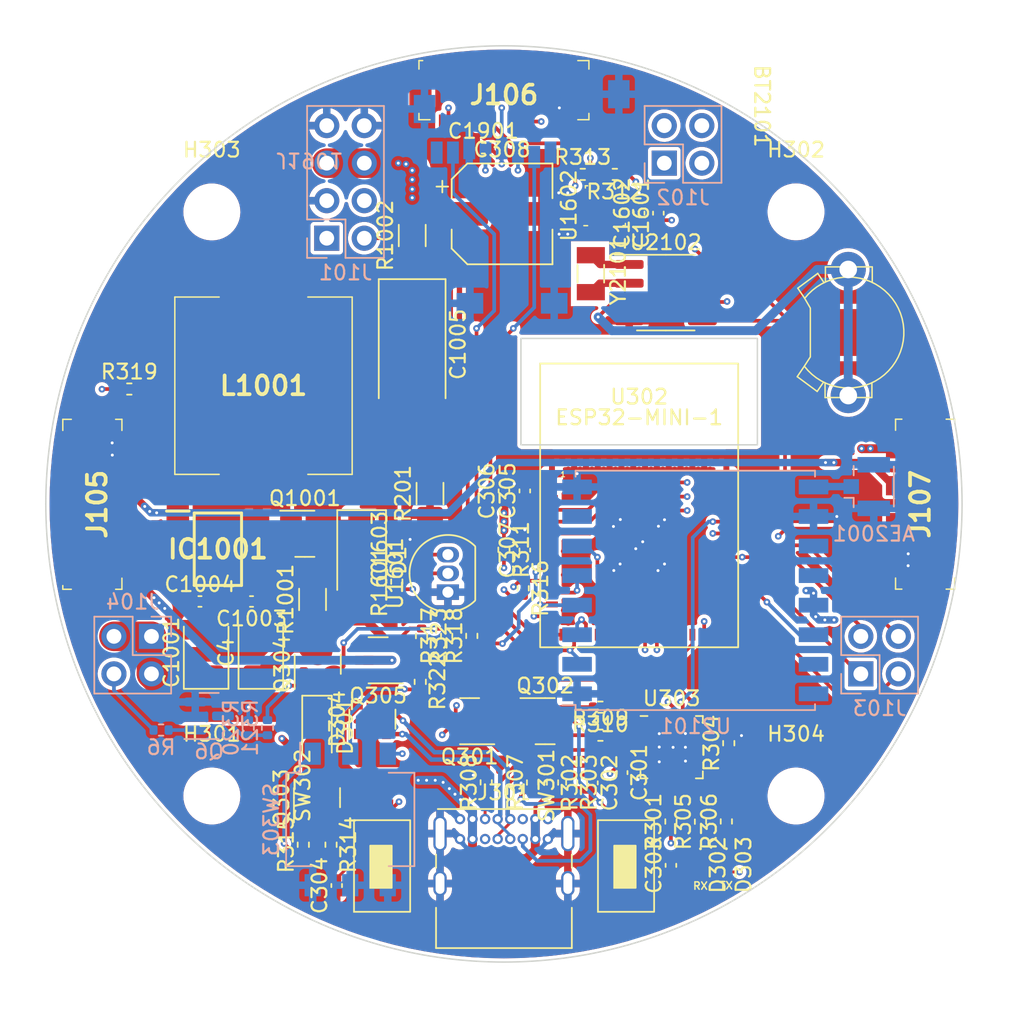
<source format=kicad_pcb>
(kicad_pcb (version 20211014) (generator pcbnew)
  (layers (0 "F.Cu" mixed) (1 "In1.Cu" mixed) (2 "In2.Cu" mixed) (31 "B.Cu" mixed) (34 "B.Paste" user) (35 "F.Paste" user) (36 "B.SilkS" user "B.Silkscreen") (37 "F.SilkS" user "F.Silkscreen") (38 "B.Mask" user) (39 "F.Mask" user) (44 "Edge.Cuts" user))
  (net 0 "")
  (net 1 "/Control Unit/GND")
  (net 2 "Net-(AE2001-Pad1)")
  (net 3 "Net-(BT2101-Pad1)")
  (net 4 "/Control Unit/3v3 power supply1/GND_{3V3}")
  (net 5 "/Control Unit/VCC_5V")
  (net 6 "/Control Unit/VCC")
  (net 7 "Net-(C302-Pad1)")
  (net 8 "/Control Unit/IO0")
  (net 9 "/Control Unit/ESP_RST")
  (net 10 "Net-(C1004-Pad1)")
  (net 11 "Net-(C1005-Pad1)")
  (net 12 "/Control Unit/3v3 power supply1/L_MOSSFET")
  (net 13 "/Control Unit/IS_USB_CHARGE")
  (net 14 "/Control Unit/VBUS")
  (net 15 "Net-(D302-Pad1)")
  (net 16 "Net-(D303-Pad1)")
  (net 17 "/Control Unit/IS_USB")
  (net 18 "/Control Unit/D-")
  (net 19 "/Control Unit/D+")
  (net 20 "Net-(IC1001-Pad7)")
  (net 21 "Net-(IC1001-Pad6)")
  (net 22 "/Control Unit/BATT_INT")
  (net 23 "/Control Unit/FPV_{SM_A}")
  (net 24 "/Control Unit/IMU_{INT}")
  (net 25 "/Control Unit/OXY_{IN}")
  (net 27 "/Control Unit/BAT_SENSE")
  (net 28 "/Control Unit/SDA")
  (net 29 "/Control Unit/SCL")
  (net 30 "/Control Unit/SCL_{2}{slash}RXD")
  (net 31 "/Control Unit/SDA_{2}{slash}TXD")
  (net 32 "/Control Unit/M_SWITCH")
  (net 33 "/Control Unit/VCC_{LEDPAN}")
  (net 35 "Net-(J105-Pad2)")
  (net 36 "/Control Unit/LED_DATA")
  (net 38 "Net-(J301-PadB5)")
  (net 40 "Net-(J301-PadA5)")
  (net 42 "/Control Unit/MISO")
  (net 43 "/Control Unit/SCK")
  (net 44 "/Control Unit/MOSI")
  (net 45 "/Control Unit/CS_{SD}")
  (net 47 "Net-(Q6-Pad3)")
  (net 48 "Net-(Q6-Pad1)")
  (net 49 "/Control Unit/~{RTS}")
  (net 50 "Net-(Q301-Pad1)")
  (net 51 "/Control Unit/~{DTR}")
  (net 52 "Net-(Q302-Pad1)")
  (net 53 "Net-(Q303-Pad1)")
  (net 54 "Net-(Q304-Pad1)")
  (net 55 "Net-(Q305-Pad1)")
  (net 56 "Net-(R301-Pad2)")
  (net 57 "Net-(R304-Pad1)")
  (net 58 "Net-(R305-Pad2)")
  (net 59 "Net-(R306-Pad2)")
  (net 60 "/Control Unit/BAT-USB")
  (net 61 "/Control Unit/DO_DEBUG")
  (net 62 "/Control Unit/POWER_INT")
  (net 63 "/Control Unit/SW_LEDPAN")
  (net 64 "/Control Unit/DQ")
  (net 66 "/Control Unit/RXD")
  (net 67 "/Control Unit/TXD")
  (net 68 "/Control Unit/DIO0_{LORA}")
  (net 75 "/Control Unit/RESET_{LORA}")
  (net 77 "/Control Unit/NSS_{LORA}")
  (net 94 "Net-(U2102-Pad2)")
  (net 95 "Net-(U2102-Pad1)")
  (footprint "Package_TO_SOT_THT:TO-92_Inline" (layer "F.Cu") (at 135.3252 88.4114 90)
    (fp_text reference "U1601")
    (fp_text value "DS18B20")
  )
  (footprint "Resistor_SMD:R_0402_1005Metric" (layer "F.Cu") (at 150.4152 103.9314 90)
    (fp_text reference "R301")
    (fp_text value "1k")
  )
  (footprint "Package_TO_SOT_SMD:SOT-23" (layer "F.Cu") (at 126.5152 93.2914 90)
    (fp_text reference "Q304")
    (fp_text value "SI2305CDS-T1-BE3")
  )
  (footprint "Resistor_SMD:R_1206_3216Metric" (layer "F.Cu") (at 134.112 81.7372 90)
    (fp_text reference "R201")
    (fp_text value "0R")
  )
  (footprint "Capacitor_SMD:C_0402_1005Metric" (layer "F.Cu") (at 148.2652 62.7614 90)
    (fp_text reference "C1602")
    (fp_text value "100 nF")
  )
  (footprint "SamacSys_Parts:SOIC127P600X175-8N" (layer "F.Cu") (at 119.7592 85.5054)
    (fp_text reference "IC1001")
    (fp_text value "MAX1626ESA+T" hide)
  )
  (footprint "Capacitor_SMD:C_0402_1005Metric" (layer "F.Cu") (at 137.7188 58.3692)
    (fp_text reference "C1901")
    (fp_text value "0.1 uF")
  )
  (footprint "Resistor_SMD:R_0402_1005Metric" (layer "F.Cu") (at 131.8652 87.7014 90)
    (fp_text reference "R1601")
    (fp_text value "4k7")
  )
  (footprint "Package_TO_SOT_SMD:SOT-23" (layer "F.Cu") (at 126.4652 102.3164 90)
    (fp_text reference "Q303")
    (fp_text value "SI2305CDS-T1-BE3")
  )
  (footprint "Resistor_SMD:R_0402_1005Metric" (layer "F.Cu") (at 143.7027 101.2914 -90)
    (fp_text reference "R303")
    (fp_text value "47k5")
  )
  (footprint "Diode_SMD:D_SMA" (layer "F.Cu") (at 129.4852 86.2614 -90)
    (fp_text reference "D1")
    (fp_text value "B330A")
  )
  (footprint "SamacSys_Parts2:009155004541006" (layer "F.Cu") (at 111.2652 82.4664 -90)
    (fp_text reference "J105")
    (fp_text value "009155004541006" hide)
  )
  (footprint "Package_DFN_QFN:QFN-24-1EP_4x4mm_P0.5mm_EP2.6x2.6mm" (layer "F.Cu") (at 150.4652 98.9014)
    (fp_text reference "U303")
    (fp_text value "CP2102N-Axx-xQFN24")
  )
  (footprint "Resistor_SMD:R_0402_1005Metric" (layer "F.Cu") (at 154.1652 103.9264 90)
    (fp_text reference "R306")
    (fp_text value "270R")
  )
  (footprint "Resistor_SMD:R_1206_3216Metric" (layer "F.Cu") (at 132.9102 64.2789 90)
    (fp_text reference "R1002")
    (fp_text value "0R")
  )
  (footprint "Resistor_SMD:R_0402_1005Metric" (layer "F.Cu") (at 136.9402 91.3714 90)
    (fp_text reference "R318")
    (fp_text value "47k")
  )
  (footprint "Capacitor_SMD:C_0402_1005Metric" (layer "F.Cu") (at 140.5277 85.5614 90)
    (fp_text reference "C307")
    (fp_text value "1u")
  )
  (footprint "Package_TO_SOT_SMD:SOT-143" (layer "F.Cu") (at 130.2152 97.0064 90)
    (fp_text reference "D304")
    (fp_text value "SP0503BAHT")
  )
  (footprint "LaskaKit:Tlačítko SMD LaskaKit" (layer "F.Cu") (at 130.7952 106.9914 90)
    (fp_text reference "SW302")
    (fp_text value "LaskaKit tlačítko")
  )
  (footprint "Resistor_SMD:R_0402_1005Metric" (layer "F.Cu") (at 140.4152 88.1514 -90)
    (fp_text reference "R316")
    (fp_text value "10k")
  )
  (footprint "CanSat:2989" (layer "F.Cu") (at 162.41412 70.8414 -90)
    (fp_text reference "BT2101")
    (fp_text value "Backup battery")
  )
  (footprint "Resistor_SMD:R_0402_1005Metric" (layer "F.Cu") (at 142.4027 101.2914 -90)
    (fp_text reference "R302")
    (fp_text value "22k1")
  )
  (footprint "Resistor_SMD:R_0402_1005Metric" (layer "F.Cu") (at 113.7652 74.6664)
    (fp_text reference "R319")
    (fp_text value "5k1")
  )
  (footprint "Capacitor_SMD:C_0402_1005Metric" (layer "F.Cu") (at 122.0352 89.0414 180)
    (fp_text reference "C1003")
    (fp_text value "0.47uF")
  )
  (footprint "Capacitor_SMD:CP_Elec_6.3x7.7" (layer "F.Cu") (at 138.9888 62.8142)
    (fp_text reference "C308")
    (fp_text value "C")
  )
  (footprint "Resistor_SMD:R_0402_1005Metric" (layer "F.Cu") (at 145.6427 96.1914 180)
    (fp_text reference "R310")
    (fp_text value "5k")
  )
  (footprint "Resistor_SMD:R_0402_1005Metric" (layer "F.Cu") (at 154.3277 98.6314 90)
    (fp_text reference "R304")
    (fp_text value "10k")
  )
  (footprint "Package_TO_SOT_SMD:SOT-23" (layer "F.Cu") (at 136.7902 97.1414 180)
    (fp_text reference "Q301")
    (fp_text value "BC847")
  )
  (footprint "Resistor_SMD:R_0402_1005Metric" (layer "F.Cu") (at 139.1152 85.5414 -90)
    (fp_text reference "R311")
    (fp_text value "10k")
  )
  (footprint "Capacitor_Tantalum_SMD:CP_EIA-3528-21_Kemet-B" (layer "F.Cu") (at 122.6652 92.4914 90)
    (fp_text reference "C4")
    (fp_text value "TPSB686K010R0600")
  )
  (footprint "Capacitor_SMD:C_0402_1005Metric" (layer "F.Cu") (at 150.4152 106.8964 90)
    (fp_text reference "C303")
    (fp_text value "0.1u")
  )
  (footprint "Resistor_SMD:R_0402_1005Metric" (layer "F.Cu") (at 127.4152 105.5014 -90)
    (fp_text reference "R314")
    (fp_text value "100k")
  )
  (footprint "Resistor_SMD:R_0402_1005Metric" (layer "F.Cu") (at 141.0527 101.2914 90)
    (fp_text reference "R307")
    (fp_text value "5k1")
  )
  (footprint "Capacitor_SMD:C_0402_1005Metric" (layer "F.Cu") (at 127.7974 108.2628 90)
    (fp_text reference "C304")
    (fp_text value "0.1u")
  )
  (footprint "LaskaKit:Tlačítko SMD LaskaKit" (layer "F.Cu") (at 147.3027 106.9914 90)
    (fp_text reference "SW301")
    (fp_text value "LaskaKit tlačítko")
  )
  (footprint "Diode_SMD:D_0402_1005Metric" (layer "F.Cu") (at 152.4152 106.8634 -90)
    (fp_text reference "D302")
    (fp_text value "FHR1105P-TR")
  )
  (footprint "1Knihovna:ECX-31B" (layer "F.Cu") (at 144.9952 66.8614 90)
    (fp_text reference "Y2101")
    (fp_text value "ECS-.327-6-34B-C-TR")
  )
  (footprint "Capacitor_SMD:C_0402_1005Metric" (layer "F.Cu") (at 145.1027 101.3164 -90)
    (fp_text reference "C302")
    (fp_text value "1u")
  )
  (footprint "MountingHole:MountingHole_3.2mm_M3" (layer "F.Cu") (at 158.8802 62.6764)
    (fp_text reference "H302")
    (fp_text value "MountingHole")
  )
  (footprint "CanSat:CDRH125101MC" (layer "F.Cu") (at 122.8452 74.4414 180)
    (fp_text reference "L1001")
    (fp_text value "CDRH125NP-220MC" hide)
  )
  (footprint "MountingHole:MountingHole_3.2mm_M3" (layer "F.Cu") (at 119.3502 62.6814)
    (fp_text reference "H303")
    (fp_text value "MountingHole")
  )
  (footprint "Capacitor_Tantalum_SMD:CP_EIA-7343-31_Kemet-D" (layer "F.Cu") (at 132.9052 71.6414 -90)
    (fp_text reference "C1005")
    (fp_text value "293D227X9010D2TE3")
  )
  (footprint "Diode_SMD:D_0402_1005Metric" (layer "F.Cu") (at 154.1652 106.8614 -90)
    (fp_text reference "D303")
    (fp_text value "FHR1105P-TR")
  )
  (footprint "Resistor_SMD:R_0402_1005Metric" (layer "F.Cu") (at 144.4502 60.1414)
    (fp_text reference "R313")
    (fp_text value "10k")
  )
  (footprint "ESP32:ESP32-MINI-1" (layer "F.Cu") (at 148.2652 85.2414)
    (fp_text reference "U302")
    (fp_text value "ESP32-MINI-1")
  )
  (footprint "Package_TO_SOT_SMD:SOT-23" (layer "F.Cu") (at 125.6427 84.4614)
    (fp_text reference "Q1001")
    (fp_text value "SI2305CDS-T1-BE3")
  )
  (footprint "Diode_SMD:D_SOD-123F" (layer "F.Cu") (at 126.4652 97.6164 -90)
    (fp_text reference "D301")
    (fp_text value "SBR3U40S1F-7")
  )
  (footprint "Resistor_SMD:R_0402_1005Metric" (layer "F.Cu") (at 146.6202 60.1414 180)
    (fp_text reference "R312")
    (fp_text value "10k")
  )
  (footprint "Capacitor_SMD:C_0402_1005Metric" (layer "F.Cu") (at 139.1152 81.5614 90)
    (fp_text reference "C306")
    (fp_text value "0.1u")
  )
  (footprint "Connector_USB:USB_C_Receptacle_GCT_USB4085" (layer "F.Cu") (at 136.1402 103.7664)
    (fp_text reference "J301")
    (fp_text value "USB4085-GF-A")
  )
  (footprint "Capacitor_SMD:C_0402_1005Metric" (layer "F.Cu") (at 147.1152 100.6214 -90)
    (fp_text reference "C301")
    (fp_text value "10u")
  )
  (footprint "Capacitor_SMD:C_0402_1005Metric" (layer "F.Cu") (at 118.5452 89.0414)
    (fp_text reference "C1004")
    (fp_text value "0.1uF")
  )
  (footprint "Resistor_SMD:R_0402_1005Metric" (layer "F.Cu") (at 152.4152 103.9414 90)
    (fp_text reference "R305")
    (fp_text value "270R")
  )
  (footprint "MountingHole:MountingHole_3.2mm_M3" (layer "F.Cu") (at 119.3502 102.2064)
    (fp_text reference "H301")
    (fp_text value "MountingHole")
  )
  (footprint "Package_SO:SOIC-8-1EP_3.9x4.9mm_P1.27mm_EP2.29x3mm" (layer "F.Cu") (at 150.0652 68.1414)
    (fp_text reference "U2102")
    (fp_text value "PT7C4339")
  )
  (footprint "Package_TO_SOT_SMD:SOT-23" (layer "F.Cu") (at 130.6027 93.0214 180)
    (fp_text reference "Q305")
    (fp_text value "SI2305CDS-T1-BE3")
  )
  (footprint "Package_TO_SOT_SMD:SOT-23" (layer "F.Cu") (at 141.9027 97.1414)
    (fp_text reference "Q302")
    (fp_text value "BC847")
  )
  (footprint "Capacitor_Tantalum_SMD:CP_EIA-3528-21_Kemet-B" (layer "F.Cu") (at 118.9652 92.4914 90)
    (fp_text reference "C1001")
    (fp_text value "TPSB686K010R0600")
  )
  (footprint "Resistor_SMD:R_0402_1005Metric" (layer "F.Cu") (at 125.5402 105.5014 90)
    (fp_text reference "R315")
    (fp_text value "10k")
  )
  (footprint "Resistor_SMD:R_0402_1005Metric" (layer "F.Cu") (at 145.6427 98.0914)
    (fp_text reference "R309")
    (fp_text value "5k")
  )
  (footprint "Resistor_SMD:R_0402_1005Metric" (layer "F.Cu") (at 137.9152 101.2814 90)
    (fp_text reference "R308")
    (fp_text value "5k1")
  )
  (footprint "Resistor_SMD:R_0402_1005Metric" (layer "F.Cu") (at 133.5402 91.3814 -90)
    (fp_text reference "R323")
    (fp_text value "100k")
  )
  (footprint "Capacitor_SMD:C_0402_1005Metric" (layer "F.Cu") (at 140.5277 81.5614 90)
    (fp_text reference "C305")
    (fp_text value "10u")
  )
  (footprint "SamacSys_Parts2:009155004541006" (layer "F.Cu") (at 167.6152 82.4564 90)
    (fp_text reference "J107")
    (fp_text value "009155004541006" hide)
  )
  (footprint "Capacitor_SMD:C_0402_1005Metric" (layer "F.Cu") (at 131.8652 85.3214 90)
    (fp_text reference "C1603")
    (fp_text value "100 nF")
  )
  (footprint "SamacSys_Parts2:009155004541006" (layer "F.Cu") (at 139.1152 54.4414 180)
    (fp_text reference "J106")
    (fp_text value "009155004541006" hide)
  )
  (footprint "Package_LGA:Bosch_LGA-8_2.5x2.5mm_P0.65mm_ClockwisePinNumbering" (layer "F.Cu") (at 145.9752 62.2614 90)
    (fp_text reference "U1602")
    (fp_text value "BME280")
  )
  (footprint "Resistor_SMD:R_0402_1005Metric" (layer "F.Cu") (at 133.4527 94.4814 -90)
    (fp_text reference "R322")
    (fp_text value "10k")
  )
  (footprint "Resistor_SMD:R_0402_1005Metric" (layer "F.Cu") (at 135.2402 91.3714 90)
    (fp_text reference "R317")
    (fp_text value "27k")
  )
  (footprint "MountingHole:MountingHole_3.2mm_M3" (layer "F.Cu") (at 158.8802 102.2064)
    (fp_text reference "H304")
    (fp_text value "MountingHole")
  )
  (footprint "Resistor_SMD:R_1206_3216Metric" (layer "F.Cu") (at 126.1652 88.9039 90)
    (fp_text reference "R1001")
    (fp_text value "PE1206FRE470R04L")
  )
  (footprint "Capacitor_SMD:C_0402_1005Metric" (layer "F.Cu") (at 149.5652 62.7664 90)
    (fp_text reference "C1601")
    (fp_text value "100 nF")
  )
  (footprint "Connector_PinHeader_2.54mm:PinHeader_2x02_P2.54mm_Vertical" (layer "B.Cu") (at 115.2652 91.4014 180)
    (fp_text reference "J104")
    (fp_text value "Conn_02x02_Male")
  )
  (footprint "Resistor_SMD:R_0402_1005Metric" (layer "B.Cu") (at 121.8152 97.5814 -90)
    (fp_text reference "R320")
    (fp_text value "100k")
  )
  (footprint "Connector_PinHeader_2.54mm:PinHeader_2x02_P2.54mm_Vertical" (layer "B.Cu") (at 163.2652 93.9414)
    (fp_text reference "J103")
    (fp_text value "Conn_02x02_Male")
  )
  (footprint "Resistor_SMD:R_0402_1005Metric" (layer "B.Cu") (at 123.1152 97.5814 -90)
    (fp_text reference "R321")
    (fp_text value "10k")
  )
  (footprint "Button_Switch_SMD:SW_DIP_SPSTx03_Slide_Omron_A6S-310x_W8.9mm_P2.54mm" (layer "B.Cu") (at 128.7152 103.7914 -90)
    (fp_text reference "SW303")
    (fp_text value "DS04-254-1-03BK-SMT")
  )
  (footprint "Resistor_SMD:R_0402_1005Metric" (layer "B.Cu") (at 115.9152 97.7414)
    (fp_text reference "R6")
    (fp_text value "100k")
  )
  (footprint "Connector_PinHeader_2.54mm:PinHeader_2x02_P2.54mm_Vertical" (layer "B.Cu") (at 149.9652 59.3814)
    (fp_text reference "J102")
    (fp_text value "Conn_02x02_Male")
  )
  (footprint "CanSat:U.FL_Hirose_U.FL-R-SMT-1_Vertical" (layer "B.Cu") (at 163.6652 81.2664)
    (fp_text reference "AE2001")
    (fp_text value "Antenna_Shield")
  )
  (footprint "Connector_PinHeader_2.54mm:PinHeader_2x04_P2.54mm_Vertical" (layer "B.Cu") (at 127.125199 64.461399)
    (fp_text reference "J101")
    (fp_text value "Conn_02x04_Male")
  )
  (footprint "Package_TO_SOT_SMD:SOT-23" (layer "B.Cu") (at 119.1652 96.7914)
    (fp_text reference "Q6")
    (fp_text value "BC847")
  )
  (footprint "RF_Module:HOPERF_RFM9XW_SMD" (layer "B.Cu") (at 152.0652 88.2914)
    (fp_text reference "U2101")
    (fp_text value "RFM96W-433S2")
  )
  (footprint "CanSat:DS1139-05" (layer "B.Cu") (at 140.3152 61.6664)
    (fp_text reference "J1901")
    (fp_text value "Micro_SD_Card 823-046")
  )
  (gr_rect (start 140.2652 71.2414) (end 156.2652 78.4414) (layer "Edge.Cuts") (width 0.1) (fill none))
  (gr_circle (center 139.1152 82.4414) (end 170.1152 82.4414) (layer "Edge.Cuts") (width 0.1) (fill none))
  (segment (start 140.5277 81.0814) (end 139.8202 81.0814) (width 0.25) (layer "F.Cu") (net 1))
  (segment (start 140.826576 100.7814) (end 140.278388 101.329588) (width 0.25) (layer "F.Cu") (net 1))
  (segment (start 139.8202 81.0814) (end 139.1152 81.0814) (width 0.25) (layer "F.Cu") (net 1))
  (segment (start 147.9852 62.5864) (end 148.2902 62.2814) (width 0.25) (layer "F.Cu") (net 1))
  (segment (start 142.8652 55.6414) (end 142.8652 56.5914) (width 0.25) (layer "F.Cu") (net 1))
  (segment (start 149.5602 62.2814) (end 149.5652 62.2864) (width 0.25) (layer "F.Cu") (net 1))
  (segment (start 154.3327 98.1164) (end 154.3277 98.1214) (width 0.25) (layer "F.Cu") (net 1))
  (segment (start 140.5277 85.0814) (end 140.5277 84.1914) (width 0.25) (layer "F.Cu") (net 1))
  (segment (start 149.1952 98.1514) (end 148.0077 98.1514) (width 0.25) (layer "F.Cu") (net 1))
  (segment (start 155.1902 98.1164) (end 154.3327 98.1164) (width 0.25) (layer "F.Cu") (net 1))
  (segment (start 147.1152 101.1014) (end 148.1802 101.1014) (width 0.25) (layer "F.Cu") (net 1))
  (segment (start 141.0527 100.7814) (end 140.826576 100.7814) (width 0.25) (layer "F.Cu") (net 1))
  (segment (start 137.0602 100.7714) (end 137.0402 100.7914) (width 0.25) (layer "F.Cu") (net 1))
  (segment (start 147.0002 62.5864) (end 147.9852 62.5864) (width 0.25) (layer "F.Cu") (net 1))
  (segment (start 148.2652 61.3914) (end 148.2652 62.2814) (width 0.25) (layer "F.Cu") (net 1))
  (segment (start 137.9152 100.7714) (end 137.0602 100.7714) (width 0.25) (layer "F.Cu") (net 1))
  (segment (start 148.2652 62.2814) (end 149.5602 62.2814) (width 0.25) (layer "F.Cu") (net 1))
  (segment (start 148.1802 101.1014) (end 148.1902 101.0914) (width 0.25) (layer "F.Cu") (net 1))
  (segment (start 131.8652 84.8414) (end 132.7652 84.8414) (width 0.25) (layer "F.Cu") (net 1))
  (via (at 166.4716 85.8164) (size 0.45) (drill 0.2) (layers "F.Cu" "B.Cu") (net 1))
  (via (at 140.278388 101.329588) (size 0.45) (drill 0.2) (layers "F.Cu" "B.Cu") (net 1))
  (via (at 142.8652 55.6414) (size 0.45) (drill 0.2) (layers "F.Cu" "B.Cu") (net 1))
  (via (at 146.5252 83.9664) (size 0.45) (drill 0.2) (layers "F.Cu" "B.Cu") (net 1))
  (via (at 146.9902 83.4964) (size 0.45) (drill 0.2) (layers "F.Cu" "B.Cu") (net 1))
  (via (at 144.0652 80.3914) (size 0.45) (drill 0.2) (layers "F.Cu" "B.Cu") (net 1))
  (via (at 112.6052 78.3114) (size 0.45) (drill 0.2) (layers "F.Cu" "B.Cu") (net 1))
  (via (at 149.5702 83.9514) (size 0.45) (drill 0.2) (layers "F.Cu" "B.Cu") (net 1))
  (via (at 146.9752 86.5064) (size 0.45) (drill 0.2) (layers "F.Cu" "B.Cu") (net 1))
  (via (at 132.7652 84.8414) (size 0.45) (drill 0.2) (layers "F.Cu" "B.Cu") (net 1))
  (via (at 148.1902 101.0914) (size 0.45) (drill 0.2) (layers "F.Cu" "B.Cu") (net 1))
  (via (at 149.6252 98.8914) (size 0.45) (drill 0.2) (layers "F.Cu" "B.Cu") (net 1))
  (via (at 143.4338 64.1858) (size 0.45) (drill 0.2) (layers "F.Cu" "B.Cu") (net 1))
  (via (at 149.6252 97.9864) (size 0.45) (drill 0.2) (layers "F.Cu" "B.Cu") (net 1))
  (via (at 155.1902 98.1164) (size 0.45) (drill 0.2) (layers "F.Cu" "B.Cu") (net 1))
  (via (at 149.9802 86.5064) (size 0.45) (drill 0.2) (layers "F.Cu" "B.Cu") (net 1))
  (via (at 149.5402 86.9514) (size 0.45) (drill 0.2) (layers "F.Cu" "B.Cu") (net 1))
  (via (at 148.0352 85.4714) (size 0.45) (drill 0.2) (layers "F.Cu" "B.Cu") (net 1))
  (via (at 112.6152 79.1364) (size 0.45) (drill 0.2) (layers "F.Cu" "B.Cu") (net 1))
  (via (at 148.5052 85.0014) (size 0.45) (drill 0.2) (layers "F.Cu" "B.Cu") (net 1))
  (via (at 166.4652 86.6214) (size 0.45) (drill 0.2) (layers "F.Cu" "B.Cu") (net 1))
  (via (at 146.5502 86.9464) (size 0.45) (drill 0.2) (layers "F.Cu" "B.Cu") (net 1))
  (via (at 161.6402 83.2914) (size 0.45) (drill 0.2) (layers "F.Cu" "B.Cu") (net 1))
  (via (at 150.5602 98.9114) (size 0.45) (drill 0.2) (layers "F.Cu" "B.Cu") (net 1))
  (via (at 142.8496 64.1858) (size 0.45) (drill 0.2) (layers "F.Cu" "B.Cu") (net 1))
  (via (at 148.2652 61.3914) (size 0.45) (drill 0.2) (layers "F.Cu" "B.Cu") (net 1))
  (via (at 149.6252 99.8914) (size 0.45) (drill 0.2) (layers "F.Cu" "B.Cu") (net 1))
  (via (at 149.9802 83.5114) (size 0.45) (drill 0.2) (layers "F.Cu" "B.Cu") (net 1))
  (via (at 151.3952 98.9064) (size 0.45) (drill 0.2) (layers "F.Cu" "B.Cu") (net 1))
  (via (at 140.5277 84.1914) (size 0.45) (drill 0.2) (layers "F.Cu" "B.Cu") (net 1))
  (via (at 142.8242 61.3918) (size 0.45) (drill 0.2) (layers "F.Cu" "B.Cu") (net 1))
  (via (at 151.4002 99.8414) (size 0.45) (drill 0.2) (layers "F.Cu" "B.Cu") (net 1))
  (via (at 143.4338 61.3918) (size 0.45) (drill 0.2) (layers "F.Cu" "B.Cu") (net 1))
  (via (at 139.8202 81.0814) (size 0.45) (drill 0.2) (layers "F.Cu" "B.Cu") (net 1))
  (via (at 137.0402 100.7914) (size 0.45) (drill 0.2) (layers "F.Cu" "B.Cu") (net 1))
  (via (at 151.3952 97.9764) (size 0.45) (drill 0.2) (layers "F.Cu" "B.Cu") (net 1))
  (segment (start 144.0652 80.3914) (end 144.0652 81.2914) (width 0.25) (layer "B.Cu") (net 1))
  (segment (start 161.6402 83.2914) (end 160.0652 83.2914) (width 0.25) (layer "B.Cu") (net 1))
  (segment (start 162.6152 81.2664) (end 160.0902 81.2664) (width 0.5) (layer "B.Cu") (net 2))
  (segment (start 160.0902 81.2664) (end 160.0652 81.2914) (width 0.5) (layer "B.Cu") (net 2))
  (segment (start 160.9402 81.2664) (end 160.9152 81.2914) (width 0.6) (layer "B.Cu") (net 2))
  (segment (start 146.5052 68.7764) (end 145.4902 69.7914) (width 0.25) (layer "F.Cu") (net 3))
  (segment (start 147.5902 68.7764) (end 146.5052 68.7764) (width 0.25) (layer "F.Cu") (net 3))
  (via (at 145.4902 69.7914) (size 0.45) (drill 0.2) (layers "F.Cu" "B.Cu") (net 3))
  (segment (start 146.4152 70.7164) (end 156.164492 70.7164) (width 0.6) (layer "B.Cu") (net 3))
  (segment (start 162.41162 66.5764) (end 162.41162 75.1014) (width 0.6) (layer "B.Cu") (net 3))
  (segment (start 160.8752 66.5764) (end 162.41662 66.5764) (width 0.6) (layer "B.Cu") (net 3))
  (segment (start 145.4902 69.7914) (end 146.4152 70.7164) (width 0.6) (layer "B.Cu") (net 3))
  (segment (start 156.164492 70.7164) (end 160.304492 66.5764) (width 0.6) (layer "B.Cu") (net 3))
  (segment (start 162.41162 75.1014) (end 162.41662 75.1064) (width 0.6) (layer "B.Cu") (net 3))
  (segment (start 160.304492 66.5764) (end 160.8752 66.5764) (width 0.6) (layer "B.Cu") (net 3))
  (segment (start 160.8752 66.5764) (end 162.41162 66.5764) (width 0.6) (layer "B.Cu") (net 3))
  (segment (start 122.4712 88.9974) (end 122.5152 89.0414) (width 0.25) (layer "F.Cu") (net 5))
  (segment (start 122.6652 94.0289) (end 124.6902 92.0039) (width 1) (layer "F.Cu") (net 5))
  (segment (start 132.7402 90.8714) (end 131.5402 92.0714) (width 0.25) (layer "F.Cu") (net 5))
  (segment (start 124.8402 89.0414) (end 122.5152 89.0414) (width 0.6) (layer "F.Cu") (net 5))
  (segment (start 126.1652 90.3664) (end 124.8402 89.0414) (width 0.6) (layer "F.Cu") (net 5))
  (segment (start 129.8352 90.3664) (end 131.5402 92.0714) (width 0.6) (layer "F.Cu") (net 5))
  (segment (start 133.5402 90.8714) (end 132.7402 90.8714) (width 0.25) (layer "F.Cu") (net 5))
  (segment (start 122.4712 87.4104) (end 122.4712 88.9974) (width 0.25) (layer "F.Cu") (net 5))
  (segment (start 118.9652 94.0289) (end 122.6652 94.0289) (width 1) (layer "F.Cu") (net 5))
  (segment (start 126.5152 92.3539) (end 126.1652 92.0039) (width 2) (layer "F.Cu") (net 5))
  (segment (start 124.6902 92.0039) (end 126.1652 92.0039) (width 1) (layer "F.Cu") (net 5))
  (segment (start 126.1652 92.0039) (end 126.1652 90.3664) (width 2) (layer "F.Cu") (net 5))
  (segment (start 126.1652 90.3664) (end 129.8352 90.3664) (width 0.6) (layer "F.Cu") (net 5))
  (segment (start 147.0002 63.2364) (end 146.6252 63.2364) (width 0.25) (layer "F.Cu") (net 6))
  (segment (start 154.1652 107.3464) (end 155.0496 107.3464) (width 0.2) (layer "F.Cu") (net 6))
  (segment (start 139.1152 84.227) (end 139.1152 85.0314) (width 0.25) (layer "F.Cu") (net 6))
  (segment (start 146.8402 100.1414) (end 146.2902 100.6914) (width 0.25) (layer "F.Cu") (net 6))
  (segment (start 136.2888 62.8142) (end 132.9124 62.8142) (width 0.6) (layer "F.Cu") (net 6))
  (segment (start 147.5402 60.1414) (end 147.1302 60.1414) (width 0.25) (layer "F.Cu") (net 6))
  (segment (start 138.9652 59.4414) (end 138.9652 59.1356) (width 0.25) (layer "F.Cu") (net 6))
  (segment (start 155.0496 107.3464) (end 155.0516 107.3484) (width 0.2) (layer "F.Cu") (net 6))
  (segment (start 135.3652 55.6414) (end 135.3652 56.5914) (width 0.25) (layer "F.Cu") (net 6))
  (segment (start 132.9102 60.5614) (end 132.9102 61.1464) (width 2) (layer "F.Cu") (net 6))
  (segment (start 132.9102 59.866398) (end 132.9102 59.8714) (width 2) (layer "F.Cu") (net 6))
  (segment (start 147.0052 63.2414) (end 147.0002 63.2364) (width 0.25) (layer "F.Cu") (net 6))
  (segment (start 132.9124 62.8142) (end 132.9102 62.8164) (width 0.6) (layer "F.Cu") (net 6))
  (segment (start 138.9652 59.1356) (end 138.1988 58.3692) (width 0.25) (layer "F.Cu") (net 6))
  (segment (start 132.9102 59.8714) (end 132.9102 59.9614) (width 2) (layer "F.Cu") (net 6))
  (segment (start 139.1152 82.0414) (end 140.5277 82.0414) (width 0.6) (layer "F.Cu") (net 6))
  (segment (start 148.5277 100.1514) (end 147.1252 100.1514) (width 0.25) (layer "F.Cu") (net 6))
  (segment (start 139.1152 84.227) (end 139.1152 83.6364) (width 0.6) (layer "F.Cu") (net 6))
  (segment (start 152.4152 107.3484) (end 154.1632 107.3484) (width 0.2) (layer "F.Cu") (net 6))
  (segment (start 154.1632 107.3484) (end 154.1652 107.3464) (width 0.2) (layer "F.Cu") (net 6))
  (segment (start 132.9102 61.7214) (end 132.9102 62.8164) (width 2) (layer "F.Cu") (net 6))
  (segment (start 146.6252 63.2364) (end 145.9752 62.5864) (width 0.25) (layer "F.Cu") (net 6))
  (segment (start 150.4152 104.4414) (end 150.4152 105.3914) (width 0.25) (layer "F.Cu") (net 6))
  (segment (start 144.9352 62.5714) (end 144.9502 62.5864) (width 0.25) (layer "F.Cu") (net 6))
  (segment (start 140.5277 82.0414) (end 142.3652 82.0414) (width 0.6) (layer "F.Cu") (net 6))
  (segment (start 150.4652 63.2414) (end 149.5702 63.2414) (width 0.25) (layer "F.Cu") (net 6))
  (segment (start 148.2652 63.2414) (end 149.5652 63.2414) (width 0.25) (layer "F.Cu") (net 6))
  (segment (start 131.9352 85.8714) (end 135.3252 85.8714) (width 0.25) (layer "F.Cu") (net 6))
  (segment (start 143.9402 60.9164) (end 143.9402 60.1414) (width 0.25) (layer "F.Cu") (net 6))
  (segment (start 139.1152 83.0586) (end 139.1152 82.0414) (width 0.6) (layer "F.Cu") (net 6))
  (segment (start 148.0402 60.6414) (end 147.5402 60.1414) (width 0.25) (layer "F.Cu") (net 6))
  (segment (start 148.5277 100.1514) (end 149.2152 100.8389) (width 0.25) (layer "F.Cu") (net 6))
  (segment (start 132.9102 61.1464) (end 132.9102 61.7214) (width 2) (layer "F.Cu") (net 6))
  (segment (start 140.4152 88.6614) (end 139.5352 88.6614) (width 0.25) (layer "F.Cu") (net 6))
  (segment (start 132.9102 59.9614) (end 132.9102 60.4964) (width 2) (layer "F.Cu") (net 6))
  (segment (start 132.9102 60.4964) (end 132.9102 60.5614) (width 2) (layer "F.Cu") (net 6))
  (segment (start 148.2652 63.2414) (end 147.0052 63.2414) (width 0.25) (layer "F.Cu") (net 6))
  (segment (start 129.665199 59.381399) (end 131.965201 59.381399) (width 2) (layer "F.Cu") (net 6))
  (segment (start 148.5277 99.6514) (end 148.5277 100.1514) (width 0.25) (layer "F.Cu") (net 6))
  (segment (start 149.5702 63.2414) (end 149.5652 63.2464) (width 0.25) (layer "F.Cu") (net 6))
  (segment (start 139.5352 88.6614) (end 139.1152 88.2414) (width 0.25) (layer "F.Cu") (net 6))
  (segment (start 147.0002 61.9364) (end 146.6252 61.9364) (width 0.25) (layer "F.Cu") (net 6))
  (segment (start 145.9752 62.5864) (end 144.9502 62.5864) (width 0.25) (layer "F.Cu") (net 6))
  (segment (start 147.1152 100.1414) (end 146.8402 100.1414) (width 0.25) (layer "F.Cu") (net 6))
  (segment (start 131.8652 88.2114) (end 132.9402 88.2114) (width 0.25) (layer "F.Cu") (net 6))
  (segment (start 127.125199 59.381399) (end 129.665199 59.381399) (width 2) (layer "F.Cu") (net 6))
  (segment (start 132.562701 59.518899) (end 132.9102 59.866398) (width 2) (layer "F.Cu") (net 6))
  (segment (start 132.487701 59.443899) (end 132.562701 59.518899) (width 2) (layer "F.Cu") (net 6))
  (segment (start 152.5402 66.2364) (end 152.5402 65.6914) (width 0.25) (layer "F.Cu") (net 6))
  (segment (start 139.1152 83.6364) (end 139.1152 83.0586) (width 0.6) (layer "F.Cu") (net 6))
  (segment (start 152.5402 65.6914) (end 152.0402 65.1914) (width 0.25) (layer "F.Cu") (net 6))
  (segment (start 147.0002 61.2864) (end 147.0002 61.9364) (width 0.4) (layer "F.Cu") (net 6))
  (segment (start 131.965201 59.381399) (end 132.425201 59.381399) (width 2) (layer "F.Cu") (net 6))
  (segment (start 131.8652 85.8014) (end 131.9352 85.8714) (width 0.25) (layer "F.Cu") (net 6))
  (segment (start 139.1152 83.5164) (end 139.1152 83.6364) (width 0.25) (layer "F.Cu") (net 6))
  (segment (start 132.425201 59.381399) (end 132.487701 59.443899) (width 2) (layer "F.Cu") (net 6))
  (segment (start 132.9402 88.2114) (end 132.9452 88.2064) (width 0.25) (layer "F.Cu") (net 6))
  (segment (start 146.6252 61.9364) (end 145.9752 62.5864) (width 0.25) (layer "F.Cu") (net 6))
  (via (at 161.4502 90.2914) (size 0.45) (drill 0.2) (layers "F.Cu" "B.Cu") (net 6))
  (via (at 132.9102 61.7214) (size 0.45) (drill 0.2) (layers "F.Cu" "B.Cu") (net 6))
  (via (at 138.9652 55.6414) (size 0.45) (drill 0.2) (layers "F.Cu" "B.Cu") (net 6))
  (via (at 160.2102 90.0714) (size 0.45) (drill 0.2) (layers "F.Cu" "B.Cu") (net 6))
  (via (at 146.2902 100.6914) (size 0.45) (drill 0.2) (layers "F.Cu" "B.Cu") (net 6))
  (via (at 139.1152 83.6364) (size 0.45) (drill 0.2) (layers "F.Cu" "B.Cu") (net 6))
  (via (at 132.9452 88.2064) (size 0.45) (drill 0.2) (layers "F.Cu" "B.Cu") (net 6))
  (via (at 132.487701 59.443899) (size 0.45) (drill 0.2) (layers "F.Cu" "B.Cu") (net 6))
  (via (at 159.5552 88.3064) (size 0.45) (drill 0.2) (layers "F.Cu" "B.Cu") (net 6))
  (via (at 160.0652 88.4814) (size 0.45) (drill 0.2) (layers "F.Cu" "B.Cu") (net 6))
  (via (at 132.9102 59.8714) (size 0.45) (drill 0.2) (layers "F.Cu" "B.Cu") (net 6))
  (via (at 148.0402 60.6414) (size 0.45) (drill 0.2) (layers "F.Cu" "B.Cu") (net 6))
  (via (at 135.3652 55.6414) (size 0.45) (drill 0.2) (layers "F.Cu" "B.Cu") (net 6))
  (via (at 150.4652 63.2414) (size 0.45) (drill 0.2) (layers "F.Cu" "B.Cu") (net 6))
  (via (at 160.8302 90.2914) (size 0.45) (drill 0.2) (layers "F.Cu" "B.Cu") (net 6))
  (via (at 143.9402 60.9164) (size 0.45) (drill 0.2) (layers "F.Cu" "B.Cu") (net 6))
  (via (at 150.4152 105.3914) (size 0.45) (drill 0.2) (layers "F.Cu" "B.Cu") (net 6))
  (via (at 131.965201 59.381399) (size 0.45) (drill 0.2) (layers "F.Cu" "B.Cu") (net 6))
  (via (at 138.9652 59.4414) (size 0.45) (drill 0.2) (layers "F.Cu" "B.Cu") (net 6))
  (via (at 132.9102 60.4964) (size 0.45) (drill 0.2) (layers "F.Cu" "B.Cu") (net 6))
  (via (at 155.0516 107.3484) (size 0.45) (drill 0.2) (layers "F.Cu" "B.Cu") (net 6))
  (via (at 139.1152 83.0586) (size 0.45) (drill 0.2) (layers "F.Cu" "B.Cu") (net 6))
  (via (at 132.9102 61.1464) (size 0.45) (drill 0.2) (layers "F.Cu" "B.Cu") (net 6))
  (via (at 152.0402 65.1914) (size 0.45) (drill 0.2) (layers "F.Cu" "B.Cu") (net 6))
  (via (at 139.1152 88.2414) (size 0.45) (drill 0.2) (layers "F.Cu" "B.Cu") (net 6))
  (via (at 139.1152 84.227) (size 0.45) (drill 0.2) (layers "F.Cu" "B.Cu") (net 6))
  (segment (start 159.9977 88.3739) (end 159.9302 88.3064) (width 0.5) (layer "B.Cu") (net 6))
  (segment (start 160.6152 90.2914) (end 160.8302 90.2914) (width 0.5) (layer "B.Cu") (net 6))
  (segment (start 161.0502 90.2914) (end 161.4502 90.2914) (width 0.5) (layer "B.Cu") (net 6))
  (segment (start 160.2102 90.0714) (end 160.2227 90.0839) (width 0.5) (layer "B.Cu") (net 6))
  (segment (start 161.4502 90.2914) (end 161.5052 90.2914) (width 0.5) (layer "B.Cu") (net 6))
  (segment (start 160.2227 90.0839) (end 160.4252 90.2864) (width 0.5) (layer "B.Cu") (net 6))
  (segment (start 138.9652 55.6414) (end 138.9652 58.3664) (width 0.25) (layer "B.Cu") (net 6))
  (segment (start 160.0652 89.9264) (end 160.2102 90.0714) (width 0.5) (layer "B.Cu") (net 6))
  (segment (start 160.0652 88.4414) (end 159.9977 88.3739) (width 0.5) (layer "B.Cu") (net 6))
  (segment (start 160.8302 90.2914) (end 161.0502 90.2914) (width 0.5) (layer "B.Cu") (net 6))
  (segment (start 160.0652 89.2914) (end 160.0652 89.9264) (width 0.5) (layer "B.Cu") (net 6))
  (segment (start 160.4252 90.2864) (end 160.4302 90.2914) (width 0.5) (layer "B.Cu") (net 6))
  (segment (start 160.0652 88.4814) (end 160.0652 88.4414) (width 0.5) (layer "B.Cu") (net 6))
  (segment (start 160.0652 89.2914) (end 160.0652 88.4814) (width 0.5) (layer "B.Cu") (net 6))
  (segment (start 159.9302 88.3064) (end 159.5552 88.3064) (width 0.5) (layer "B.Cu") (net 6))
  (segment (start 138.9652 59.4414) (end 138.9652 58.3664) (width 0.25) (layer "B.Cu") (net 6))
  (segment (start 160.4302 90.2914) (end 160.6152 90.2914) (width 0.5) (layer "B.Cu") (net 6))
  (segment (start 146.6402 101.9914) (end 149.3152 101.9914) (width 0.25) (layer "F.Cu") (net 7))
  (segment (start 145.4302 100.7814) (end 146.6402 101.9914) (width 0.25) (layer "F.Cu") (net 7))
  (segment (start 149.3152 101.9914) (end 149.7152 101.5914) (width 0.25) (layer "F.Cu") (net 7))
  (segment (start 143.7027 100.7814) (end 145.1027 100.7814) (width 0.25) (layer "F.Cu") (net 7))
  (segment (start 145.1027 100.7814) (end 145.4302 100.7814) (width 0.25) (layer "F.Cu") (net 7))
  (segment (start 145.1127 100.7914) (end 145.1027 100.7814) (width 0.25) (layer "F.Cu") (net 7))
  (segment (start 149.7152 100.8389) (end 149.7152 101.5914) (width 0.25) (layer "F.Cu") (net 7))
  (segment (start 142.4027 100.7814) (end 143.7027 100.7814) (width 0.25) (layer "F.Cu") (net 7))
  (segment (start 143.8402 97.1414) (end 144.1902 97.4914) (width 0.25) (layer "F.Cu") (net 8))
  (segment (start 145.6277 102.6539) (end 146.1652 103.1914) (width 0.25) (layer "F.Cu") (net 8))
  (segment (start 147.3777 104.5789) (end 149.2152 106.4164) (width 0.25) (layer "F.Cu") (net 8))
  (segment (start 149.2152 106.4164) (end 150.4152 106.4164) (width 0.25) (layer "F.Cu") (net 8))
  (segment (start 146.1652 103.1914) (end 147.3777 103.1914) (width 0.25) (layer "F.Cu") (net 8))
  (segment (start 147.3777 103.1914) (end 147.3777 104.5789) (width 0.25) (layer "F.Cu") (net 8))
  (segment (start 148.6652 92.3164) (end 148.6652 91.2914) (width 0.25) (layer "F.Cu") (net 8))
  (segment (start 147.4152 103.1914) (end 147.8027 103.1914) (width 0.25) (layer "F.Cu") (net 8))
  (segment (start 142.8402 97.1414) (end 143.8402 97.1414) (width 0.25) (layer "F.Cu") (net 8))
  (via (at 145.6152 102.6414) (size 0.45) (drill 0.2) (layers "F.Cu" "B.Cu") (net 8))
  (via (at 148.6652 92.3164) (size 0.45) (drill 0.2) (layers "F.Cu" "B.Cu") (net 8))
  (via (at 144.1902 97.4914) (size 0.45) (drill 0.2) (layers "F.Cu" "B.Cu") (net 8))
  (segment (start 144.1902 101.2164) (end 144.4902 101.5164) (width 0.25) (layer "B.Cu") (net 8))
  (segment (start 144.1902 97.4914) (end 144.1902 101.2164) (width 0.25) (layer "B.Cu") (net 8))
  (segment (start 145.6152 102.6414) (end 144.4902 101.5164) (width 0.25) (layer "B.Cu") (net 8))
  (segment (start 145.6277 102.6539) (end 145.6152 102.6414) (width 0.25) (layer "B.Cu") (net 8))
  (segment (start 130.8702 104.9364) (end 130.8702 104.6714) (width 0.25) (layer "F.Cu") (net 9))
  (segment (start 140.5277 86.0414) (end 142.3652 86.0414) (width 0.25) (layer "F.Cu") (net 9))
  (segment (start 132.0152 102.5914) (end 131.4152 103.1914) (width 0.25) (layer "F.Cu") (net 9))
  (segment (start 127.7974 107.7828) (end 130.8702 104.71) (width 0.2) (layer "F.Cu") (net 9))
  (segment (start 134.9402 98.0539) (end 135.8527 97.1414) (width 0.25) (layer "F.Cu") (net 9))
  (segment (start 130.8702 104.71) (end 130.8702 103.1914) (width 0.2) (layer "F.Cu") (net 9))
  (segment (start 139.4152 86.0514) (end 140.5177 86.0514) (width 0.25) (layer "F.Cu") (net 9))
  (segment (start 134.9402 98.0664) (end 134.9402 98.0539) (width 0.25) (layer "F.Cu") (net 9))
  (segment (start 135.8527 97.1414) (end 135.8527 96.1289) (width 0.25) (layer "F.Cu") (net 9))
  (segment (start 139.1152 86.0514) (end 139.1152 86.7664) (width 0.25) (layer "F.Cu") (net 9))
  (segment (start 135.8527 96.1289) (end 135.8652 96.1164) (width 0.25) (layer "F.Cu") (net 9))
  (segment (start 140.5177 86.0514) (end 140.5277 86.0414) (width 0.25) (layer "F.Cu") (net 9))
  (segment (start 130.8702 104.6714) (end 130.8702 103.1914) (width 0.25) (layer "F.Cu") (net 9))
  (segment (start 134.9402 98.0914) (end 134.9402 98.0664) (width 0.25) (layer "F.Cu") (net 9))
  (segment (start 131.4152 103.1914) (end 130.8702 103.1914) (width 0.25) (layer "F.Cu") (net 9))
  (via (at 139.1127 86.7689) (size 0.45) (drill 0.2) (layers "F.Cu" "B.Cu") (net 9))
  (via (at 135.9052 96.0764) (size 0.45) (drill 0.2) (layers "F.Cu" "B.Cu") (net 9))
  (via (at 134.9402 98.0664) (size 0.45) (drill 0.2) (layers "F.Cu" "B.Cu") (net 9))
  (via (at 132.0152 102.5914) (size 0.45) (drill 0.2) (layers "F.Cu" "B.Cu") (net 9))
  (segment (start 117.0472 88.0234) (end 117.0472 87.4104) (width 0.25) (layer "F.Cu") (net 10))
  (segment (start 118.0652 89.0414) (end 117.0472 88.0234) (width 0.25) (layer "F.Cu") (net 10))
  (segment (start 132.9052 65.7464) (end 132.9102 65.7414) (width 1.5) (layer "F.Cu") (net 11))
  (segment (start 117.0472 75.2894) (end 117.0472 83.595889) (width 1.5) (layer "F.Cu") (net 11))
  (segment (start 123.7952 68.5414) (end 132.9052 68.5414) (width 1.5) (layer "F.Cu") (net 11))
  (segment (start 122.8452 69.4914) (end 123.7952 68.5414) (width 1.5) (layer "F.Cu") (net 11))
  (segment (start 122.8452 69.4914) (end 117.0472 75.2894) (width 1.5) (layer "F.Cu") (net 11))
  (segment (start 132.9052 68.5414) (end 132.9052 65.7464) (width 1.5) (layer "F.Cu") (net 11))
  (segment (start 126.4652 101.3789) (end 126.4652 99.0164) (width 2) (layer "F.Cu") (net 13))
  (segment (start 124.7902 99.0164) (end 126.4652 99.0164) (width 0.5) (layer "F.Cu") (net 13))
  (segment (start 113.2552 74.6664) (end 111.9152 74.6664) (width 0.25) (layer "F.Cu") (net 13))
  (segment (start 124.0902 98.3164) (end 124.7902 99.0164) (width 0.5) (layer "F.Cu") (net 13))
  (via (at 111.9152 74.6764) (size 0.45) (drill 0.2) (layers "F.Cu" "B.Cu") (net 13))
  (via (at 124.0902 98.3164) (size 0.45) (drill 0.2) (layers "F.Cu" "B.Cu") (net 13))
  (segment (start 127.607996 95.073604) (end 127.607996 94.371696) (width 2) (layer "F.Cu") (net 14))
  (segment (start 121.8252 96.1914) (end 121.8152 96.1914) (width 2) (layer "F.Cu") (net 14))
  (segment (start 127.4652 94.2289) (end 128.2652 93.4289) (width 0.25) (layer "F.Cu") (net 14))
  (segment (start 135.2102 90.8914) (end 135.2402 90.8614) (width 0.25) (layer "F.Cu") (net 14))
  (segment (start 126.4402 96.1914) (end 121.8252 96.1914) (width 2) (layer "F.Cu") (net 14))
  (segment (start 134.4152 90.8914) (end 135.2102 90.8914) (width 0.25) (layer "F.Cu") (net 14))
  (segment (start 126.4652 96.2164) (end 127.607996 95.073604) (width 2) (layer "F.Cu") (net 14))
  (segment (start 128.2652 93.4289) (end 128.2652 91.8414) (width 0.25) (layer "F.Cu") (net 14))
  (segment (start 115.2652 91.4014) (end 115.2652 93.9414) (width 2) (layer "F.Cu") (net 14))
  (segment (start 121.8152 96.1914) (end 117.5152 96.1914) (width 2) (layer "F.Cu") (net 14))
  (segment (start 126.4652 96.2164) (end 126.4402 96.1914) (width 2) (layer "F.Cu") (net 14))
  (segment (start 112.7252 91.4014) (end 115.2652 91.4014) (width 2) (layer "F.Cu") (net 14))
  (segment (start 117.5152 96.1914) (end 115.2652 93.9414) (width 2) (layer "F.Cu") (net 14))
  (via (at 134.4052 90.8914) (size 0.45) (drill 0.2) (layers "F.Cu" "B.Cu") (net 14))
  (via (at 121.8252 96.1914) (size 0.45) (drill 0.2) (layers "F.Cu" "B.Cu") (net 14))
  (via (at 128.2727 91.8339) (size 0.45) (drill 0.2) (layers "F.Cu" "B.Cu") (net 14))
  (segment (start 128.2652 91.8414) (end 128.2727 91.8339) (width 0.25) (layer "B.Cu") (net 14))
  (segment (start 128.2727 91.8339) (end 129.2152 90.8914) (width 0.25) (layer "B.Cu") (net 14))
  (segment (start 121.8152 96.1914) (end 121.8152 97.0714) (width 0.25) (layer "B.Cu") (net 14))
  (segment (start 115.5652 94.2414) (end 115.2652 93.9414) (width 0.25) (layer "B.Cu") (net 14))
  (segment (start 134.4052 90.8914) (end 134.4152 90.8914) (width 0.25) (layer "B.Cu") (net 14))
  (segment (start 129.2152 90.8914) (end 134.4052 90.8914) (width 0.25) (layer "B.Cu") (net 14))
  (segment (start 152.4152 104.4514) (end 152.4152 106.3914) (width 0.25) (layer "F.Cu") (net 15))
  (segment (start 154.1652 106.3764) (end 154.1652 104.4364) (width 0.25) (layer "F.Cu") (net 16))
  (segment (start 140.6402 106.4414) (end 137.5402 106.4414) (width 0.6) (layer "F.Cu") (net 17))
  (segment (start 134.985174 101.2664) (end 135.987687 102.268913) (width 1.5) (layer "F.Cu") (net 17))
  (segment (start 141.2402 102.9639) (end 141.2402 103.7664) (width 0.25) (layer "F.Cu") (net 17))
  (segment (start 136.9902 105.1164) (end 136.9902 103.7664) (width 0.6) (layer "F.Cu") (net 17))
  (segment (start 136.375187 102.656413) (end 135.987687 102.268913) (width 0.6) (layer "F.Cu") (net 17))
  (segment (start 127.4152 104.9914) (end 127.4152 103.2539) (width 0.25) (layer "F.Cu") (net 17))
  (segment (start 136.9902 105.8914) (end 136.9902 105.1164) (width 0.6) (layer "F.Cu") (net 17))
  (segment (start 129.4027 101.2664) (end 134.985174 101.2664) (width 1.5) (layer "F.Cu") (net 17))
  (segment (start 141.2402 105.1164) (end 141.2402 105.8414) (width 0.6) (layer "F.Cu") (net 17))
  (segment (start 128.1652 97.1064) (end 128.1652 100.0289) (width 0.6) (layer "F.Cu") (net 17))
  (segment (start 136.9902 103.7664) (end 136.9902 103.271426) (width 0.6) (layer "F.Cu") (net 17))
  (segment (start 127.4152 103.2539) (end 129.4027 101.2664) (width 1.5) (layer "F.Cu") (net 17))
  (segment (start 128.1652 100.0289) (end 129.4027 101.2664) (width 0.6) (layer "F.Cu") (net 17))
  (segment (start 136.9902 103.271426) (end 136.375187 102.656413) (width 0.6) (layer "F.Cu") (net 17))
  (segment (start 141.2402 105.8414) (end 140.6402 106.4414) (width 0.6) (layer "F.Cu") (net 17))
  (segment (start 142.4027 101.8014) (end 141.2402 102.9639) (width 0.25) (layer "F.Cu") (net 17))
  (segment (start 141.2402 105.1164) (end 141.2402 103.7664) (width 0.6) (layer "F.Cu") (net 17))
  (segment (start 129.2652 96.0064) (end 128.1652 97.1064) (width 0.6) (layer "F.Cu") (net 17))
  (segment (start 137.5402 106.4414) (end 136.9902 105.8914) (width 0.6) (layer "F.Cu") (net 17))
  (via (at 134.4652 101.1414) (size 0.45) (drill 0.2) (layers "F.Cu" "B.Cu") (net 17))
  (via (at 133.8802 101.1414) (size 0.45) (drill 0.2) (layers "F.Cu" "B.Cu") (net 17))
  (via (at 136.172687 102.453913) (size 0.45) (drill 0.2) (layers "F.Cu" "B.Cu") (net 17))
  (via (at 135.422687 101.703913) (size 0.45) (drill 0.2) (layers "F.Cu" "B.Cu") (net 17))
  (via (at 133.3152 101.1414) (size 0.45) (drill 0.2) (layers "F.Cu" "B.Cu") (net 17))
  (via (at 135.000187 101.281413) (size 0.45) (drill 0.2) (layers "F.Cu" "B.Cu") (net 17))
  (via (at 135.802687 102.083913) (size 0.45) (drill 0.2) (layers "F.Cu" "B.Cu") (net 17))
  (segment (start 134.860174 101.1414) (end 133.3152 101.1414) (width 0.6) (layer "B.Cu") (net 17))
  (segment (start 136.9902 103.7664) (end 136.9902 103.271426) (width 0.6) (layer "B.Cu") (net 17))
  (segment (start 135.000187 101.281413) (end 134.860174 101.1414) (width 0.6) (layer "B.Cu") (net 17))
  (segment (start 136.9902 103.271426) (end 135.935174 102.2164) (width 0.6) (layer "B.Cu") (net 17))
  (segment (start 136.9902 103.7664) (end 136.9902 105.1164) (width 0.6) (layer "B.Cu") (net 17))
  (segment (start 141.2402 105.1164) (end 141.2402 103.7664) (width 0.6) (layer "B.Cu") (net 17))
  (segment (start 135.987687 102.268913) (end 134.925187 101.206413) (width 0.6) (layer "B.Cu") (net 17))
  (segment (start 145.870485 100.1414) (end 146.860485 99.1514) (width 0.3) (layer "F.Cu") (net 18))
  (segment (start 139.5402 104.0164) (end 139.5402 103.7664) (width 0.2) (layer "F.Cu") (net 18))
  (segment (start 139.5402 103.7664) (end 139.389721 103.615921) (width 0.3) (layer "F.Cu") (net 18))
  (segment (start 140.618754 100.1414) (end 145.870485 100.1414) (width 0.3) (layer "F.Cu") (net 18))
  (segment (start 139.3652 103.452127) (end 139.3652 101.394954) (width 0.3) (layer "F.Cu") (net 18))
  (segment (start 139.389721 103.476648) (end 139.3652 103.452127) (width 0.3) (layer "F.Cu") (net 18))
  (segment (start 138.6902 104.8664) (end 139.5402 104.0164) (width 0.2) (layer "F.Cu") (net 18))
  (segment (start 139.389721 103.615921) (end 139.389721 103.476648) (width 0.3) (layer "F.Cu") (net 18))
  (segment (start 132.2377 97.0789) (end 131.1652 96.0064) (width 0.3) (layer "F.Cu") (net 18))
  (segment (start 132.2527 97.0789) (end 132.2377 97.0789) (width 0.3) (layer "F.Cu") (net 18))
  (segment (start 138.6902 105.1164) (end 138.6902 104.8664) (width 0.2) (layer "F.Cu") (net 18))
  (segment (start 146.860485 99.1514) (end 148.5277 99.1514) (width 0.3) (layer "F.Cu") (net 18))
  (segment (start 139.3652 101.394954) (end 140.618754 100.1414) (width 0.3) (layer "F.Cu") (net 18))
  (via (at 132.2777 97.1039) (size 0.45) (drill 0.2) (layers "F.Cu" "B.Cu") (net 18))
  (segment (start 138.268754 99.2414) (end 134.4152 99.2414) (width 0.3) (layer "B.Cu") (net 18))
  (segment (start 139.5402 103.7664) (end 139.389721 103.615921) (width 0.3) (layer "B.Cu") (net 18))
  (segment (start 139.389721 103.615921) (end 139.389721 103.476648) (width 0.3) (layer "B.Cu") (net 18))
  (segment (start 139.3652 100.337846) (end 138.268754 99.2414) (width 0.3) (layer "B.Cu") (net 18))
  (segment (start 139.3652 103.452127) (end 139.3652 100.337846) (width 0.3) (layer "B.Cu") (net 18))
  (segment (start 132.2777 97.1039) (end 132.2527 97.0789) (width 0.3) (layer "B.Cu") (net 18))
  (segment (start 134.4152 99.2414) (end 132.2777 97.1039) (width 0.3) (layer "B.Cu") (net 18))
  (segment (start 139.389721 103.476648) (end 139.3652 103.452127) (width 0.3) (layer "B.Cu") (net 18))
  (segment (start 132.2402 98.0164) (end 131.1752 98.0164) (width 0.3) (layer "F.Cu") (net 19))
  (segment (start 138.840679 103.615921) (end 138.840679 103.476648) (width 0.3) (layer "F.Cu") (net 19))
  (segment (start 145.663377 99.6414) (end 146.662897 98.64188) (width 0.3) (layer "F.Cu") (net 19))
  (segment (start 138.8652 101.187846) (end 140.411646 99.6414) (width 0.3) (layer "F.Cu") (net 19))
  (segment (start 131.1752 98.0164) (end 131.1652 98.0064) (width 0.3) (layer "F.Cu") (net 19))
  (segment (start 138.8652 103.452127) (end 138.8652 101.187846) (width 0.3) (layer "F.Cu") (net 19))
  (segment (start 148.51818 98.64188) (end 148.5277 98.6514) (width 0.3) (layer "F.Cu") (net 19))
  (segment (start 138.6902 103.7664) (end 138.840679 103.615921) (width 0.3) (layer "F.Cu") (net 19))
  (segment (start 140.411646 99.6414) (end 145.663377 99.6414) (width 0.3) (layer "F.Cu") (net 19))
  (segment (start 138.840679 103.476648) (end 138.8652 103.452127) (width 0.3) (layer "F.Cu") (net 19))
  (segment (start 146.662897 98.64188) (end 148.51818 98.64188) (width 0.3) (layer "F.Cu") (net 19))
  (via (at 132.2402 98.0164) (size 0.45) (drill 0.2) (layers "F.Cu" "B.Cu") (net 19))
  (segment (start 138.840679 103.615921) (end 138.840679 103.476648) (width 0.3) (layer "B.Cu") (net 19))
  (segment (start 139.5402 105.1164) (end 139.5402 104.8664) (width 0.2) (layer "B.Cu") (net 19))
  (segment (start 138.061646 99.7414) (end 134.208093 99.7414) (width 0.3) (layer "B.Cu") (net 19))
  (segment (start 138.8652 100.544954) (end 138.061646 99.7414) (width 0.3) (layer "B.Cu") (net 19))
  (segment (start 134.208093 99.7414) (end 132.483093 98.0164) (width 0.3) (layer "B.Cu") (net 19))
  (segment (start 138.6902 104.0164) (end 138.6902 103.7664) (width 0.2) (layer "B.Cu") (net 19))
  (segment (start 138.840679 103.476648) (end 138.8652 103.452127) (width 0.3) (layer "B.Cu") (net 19))
  (segment (start 138.8652 103.452127) (end 138.8652 100.544954) (width 0.3) (layer "B.Cu") (net 19))
  (segment (start 138.6902 103.7664) (end 138.840679 103.615921) (width 0.3) (layer "B.Cu") (net 19))
  (segment (start 139.5402 104.8664) (end 138.6902 104.0164) (width 0.2) (layer "B.Cu") (net 19))
  (segment (start 132.483093 98.0164) (end 132.2402 98.0164) (width 0.3) (layer "B.Cu") (net 19))
  (segment (start 122.4712 84.8704) (end 122.9087 84.8704) (width 0.25) (layer "F.Cu") (net 20))
  (segment (start 124.2677 83.5114) (end 124.7052 83.5114) (width 0.25) (layer "F.Cu") (net 20))
  (segment (start 122.9087 84.8704) (end 124.2677 83.5114) (width 0.25) (layer "F.Cu") (net 20))
  (segment (start 124.3652 87.4414) (end 126.1652 87.4414) (width 0.6) (layer "F.Cu") (net 21))
  (segment (start 123.0642 86.1404) (end 124.3652 87.4414) (width 0.6) (layer "F.Cu") (net 21))
  (segment (start 122.4712 86.1404) (end 123.0642 86.1404) (width 0.25) (layer "F.Cu") (net 21))
  (segment (start 125.9527 87.4289) (end 125.9652 87.4414) (width 0.6) (layer "F.Cu") (net 21))
  (segment (start 124.7052 85.4114) (end 126.1652 86.8714) (width 2) (layer "F.Cu") (net 21))
  (segment (start 126.1652 86.8714) (end 126.1652 87.4414) (width 2) (layer "F.Cu") (net 21))
  (segment (start 141.1402 90.0414) (end 142.3652 90.0414) (width 0.25) (layer "F.Cu") (net 22))
  (via (at 141.1402 90.0414) (size 0.45) (drill 0.2) (layers "F.Cu" "B.Cu") (net 22))
  (segment (start 151.8652 91.9414) (end 149.4652 94.3414) (width 0.25) (layer "F.Cu") (net 23))
  (segment (start 136.6652 65.5414) (end 135.585199 64.461399) (width 0.25) (layer "F.Cu") (net 23))
  (segment (start 135.585199 64.461399) (end 129.665199 64.461399) (width 0.25) (layer "F.Cu") (net 23))
  (segment (start 136.6652 88.5414) (end 136.6652 65.5414) (width 0.25) (layer "F.Cu") (net 23))
  (segment (start 149.4652 94.3414) (end 142.4652 94.3414) (width 0.25) (layer "F.Cu") (net 23))
  (segment (start 151.8652 91.2914) (end 151.8652 91.9414) (width 0.25) (layer "F.Cu") (net 23))
  (segment (start 142.4652 94.3414) (end 136.6652 88.5414) (width 0.25) (layer "F.Cu") (net 23))
  (segment (start 144.934038 84.4414) (end 145.024619 84.350819) (width 0.25) (layer "F.Cu") (net 24))
  (segment (start 146.487489 82.88795) (end 145.024619 84.350819) (width 0.25) (layer "F.Cu") (net 24))
  (segment (start 151.5152 82.88795) (end 146.487489 82.88795) (width 0.25) (layer "F.Cu") (net 24))
  (segment (start 142.3652 84.4414) (end 144.934038 84.4414) (width 0.25) (layer "F.Cu") (net 24))
  (via (at 151.5152 82.88795) (size 0.45) (drill 0.2) (layers "F.Cu" "B.Cu") (net 24))
  (segment (start 142.3652 83.6414) (end 144.9152 83.6414) (width 0.25) (layer "F.Cu") (net 25))
  (segment (start 144.9152 83.6414) (end 146.3652 82.1914) (width 0.25) (layer "F.Cu") (net 25))
  (segment (start 146.3652 82.1914) (end 146.6102 81.9464) (width 0.25) (layer "F.Cu") (net 25))
  (segment (start 146.6102 81.9464) (end 151.5152 81.9464) (width 0.25) (layer "F.Cu") (net 25))
  (via (at 151.5152 81.9464) (size 0.45) (drill 0.2) (layers "F.Cu" "B.Cu") (net 25))
  (segment (start 146.6702 80.9864) (end 151.5152 80.9864) (width 0.25) (layer "F.Cu") (net 27))
  (segment (start 146.1152 81.5414) (end 144.8152 82.8414) (width 0.25) (layer "F.Cu") (net 27))
  (segment (start 146.1152 81.5414) (end 146.6702 80.9864) (width 0.25) (layer "F.Cu") (net 27))
  (segment (start 144.8152 82.8414) (end 144.0652 82.8414) (width 0.25) (layer "F.Cu") (net 27))
  (segment (start 142.3652 82.8414) (end 144.0652 82.8414) (width 0.25) (layer "F.Cu") (net 27))
  (via (at 151.5152 80.9864) (size 0.45) (drill 0.2) (layers "F.Cu" "B.Cu") (net 27))
  (segment (start 139.6152 58.0414) (end 138.1652 56.5914) (width 0.25) (layer "F.Cu") (net 28))
  (segment (start 158.1352 83.0864) (end 158.1402 83.0914) (width 0.25) (layer "F.Cu") (net 28))
  (segment (start 146.1102 61.2764) (end 145.4502 61.9364) (width 0.25) (layer "F.Cu") (net 28))
  (segment (start 146.1102 58.2864) (end 146.1202 58.2864) (width 0.25) (layer "F.Cu") (net 28))
  (segment (start 145.4502 61.9364) (end 144.9502 61.9364) (width 0.25) (layer "F.Cu") (net 28))
  (segment (start 146.1202 58.2864) (end 146.3652 58.0414) (width 0.25) (layer "F.Cu") (net 28))
  (segment (start 155.9902 85.2414) (end 158.1402 83.0914) (width 0.25) (layer "F.Cu") (net 28))
  (segment (start 158.1352 70.0464) (end 158.1402 70.0414) (width 0.25) (layer "F.Cu") (net 28))
  (segment (start 138.1652 56.5914) (end 137.8652 56.5914) (width 0.25) (layer "F.Cu") (net 28))
  (segment (start 159.6652 85.2414) (end 161.4652 87.0414) (width 0.25) (layer "F.Cu") (net 28))
  (segment (start 146.1102 58.2864) (end 146.1102 60.1414) (width 0.25) (layer "F.Cu") (net 28))
  (segment (start 161.4652 87.0614) (end 165.8052 91.4014) (width 0.25) (layer "F.Cu") (net 28))
  (segment (start 154.1652 85.2414) (end 159.6652 85.2414) (width 0.25) (layer "F.Cu") (net 28))
  (segment (start 158.1402 70.0414) (end 158.1402 69.8164) (width 0.25) (layer "F.Cu") (net 28))
  (segment (start 146.1102 60.1414) (end 146.1102 61.2764) (width 0.25) (layer "F.Cu") (net 28))
  (segment (start 145.8652 58.0414) (end 139.6152 58.0414) (width 0.25) (layer "F.Cu") (net 28))
  (segment (start 158.1352 70.0464) (end 158.1352 83.0864) (width 0.25) (layer "F.Cu") (net 28))
  (segment (start 146.1102 58.2864) (end 145.8652 58.0414) (width 0.25) (layer "F.Cu") (net 28))
  (segment (start 154.1652 85.2414) (end 155.9902 85.2414) (width 0.25) (layer "F.Cu") (net 28))
  (segment (start 158.1402 69.8164) (end 146.3652 58.0414) (width 0.25) (layer "F.Cu") (net 28))
  (segment (start 161.4652 87.0414) (end 161.4652 87.0614) (width 0.25) (layer "F.Cu") (net 28))
  (segment (start 152.5402 70.0464) (end 158.1352 70.0464) (width 0.25) (layer "F.Cu") (net 28))
  (segment (start 146.3652 58.0414) (end 145.8652 58.0414) (width 0.25) (layer "F.Cu") (net 28))
  (segment (start 163.2652 90.7414) (end 163.2652 91.4014) (width 0.25) (layer "F.Cu") (net 29))
  (segment (start 155.2402 86.0414) (end 158.5652 86.0414) (width 0.25) (layer "F.Cu") (net 29))
  (segment (start 141.6402 56.5664) (end 140.3902 56.5664) (width 0.25) (layer "F.Cu") (net 29))
  (segment (start 144.9652 61.2714) (end 144.9502 61.2864) (width 0.25) (layer "F.Cu") (net 29))
  (segment (start 152.5402 68.7764) (end 154.1802 68.7764) (width 0.25) (layer "F.Cu") (net 29))
  (segment (start 154.1652 86.0414) (end 155.2402 86.0414) (width 0.25) (layer "F.Cu") (net 29))
  (segment (start 158.5652 86.0414) (end 163.2652 90.7414) (width 0.25) (layer "F.Cu") (net 29))
  (segment (start 154.1802 68.7764) (end 154.2152 68.7414) (width 0.25) (layer "F.Cu") (net 29))
  (segment (start 144.9652 59.0414) (end 144.9652 61.2714) (width 0.25) (layer "F.Cu") (net 29))
  (segment (start 140.3902 56.5664) (end 140.3652 56.5914) (width 0.25) (layer "F.Cu") (net 29))
  (via (at 154.2152 68.7414) (size 0.45) (drill 0.2) (layers "F.Cu" "B.Cu") (net 29))
  (via (at 141.6402 56.5664) (size 0.45) (drill 0.2) (layers "F.Cu" "B.Cu") (net 29))
  (via (at 144.9652 59.0364) (size 0.45) (drill 0.2) (layers "F.Cu" "B.Cu") (net 29))
  (via (at 155.2402 86.0414) (size 0.45) (drill 0.2) (layers "F.Cu" "B.Cu") (net 29))
  (segment (start 161.9652 95.5914) (end 154.8152 88.4414) (width 0.25) (layer "F.Cu") (net 30))
  (segment (start 165.8052 93.9414) (end 164.1552 95.5914) (width 0.25) (layer "F.Cu") (net 30))
  (segment (start 164.1552 95.5914) (end 161.9652 95.5914) (width 0.25) (layer "F.Cu") (net 30))
  (segment (start 154.8152 88.4414) (end 154.1652 88.4414) (width 0.25) (layer "F.Cu") (net 30))
  (segment (start 163.1652 93.9414) (end 163.2652 93.9414) (width 0.25) (layer "F.Cu") (net 31))
  (segment (start 154.1652 86.8414) (end 156.0652 86.8414) (width 0.25) (layer "F.Cu") (net 31))
  (segment (start 156.0652 86.8414) (end 163.1652 93.9414) (width 0.25) (layer "F.Cu") (net 31))
  (segment (start 112.7252 95.0614) (end 112.7252 93.9414) (width 0.25) (layer "B.Cu") (net 32))
  (segment (start 115.4052 97.7414) (end 112.7252 95.0614) (width 0.25) (layer "B.Cu") (net 32))
  (segment (start 115.5227 88.8739) (end 115.4352 88.7864) (width 0.6) (layer "F.Cu") (net 33))
  (segment (start 165.4652 78.7064) (end 163.3302 78.7064) (width 0.6) (layer "F.Cu") (net 33))
  (segment (start 115.4352 88.7864) (end 113.4152 86.7664) (width 0.6) (layer "F.Cu") (net 33))
  (segment (start 115.8852 89.2364) (end 115.5227 88.8739) (width 0.6) (layer "F.Cu") (net 33))
  (segment (start 129.6652 93.0214) (end 131.5402 93.0214) (width 0.6) (layer "F.Cu") (net 33))
  (segment (start 116.1527 89.5039) (end 115.8852 89.2364) (width 0.6) (layer "F.Cu") (net 33))
  (segment (start 113.4152 86.7664) (end 113.4152 86.2164) (width 0.6) (layer "F.Cu") (net 33))
  (segment (start 163.3302 78.7064) (end 163.3152 78.6914) (width 0.6) (layer "F.Cu") (net 33))
  (via (at 116.1627 89.5139) (size 0.45) (drill 0.2) (layers "F.Cu" "B.Cu") (net 33))
  (via (at 163.3152 78.6914) (size 0.45) (drill 0.2) (layers "F.Cu" "B.Cu") (net 33))
  (via (at 131.5402 93.0214) (size 0.45) (drill 0.2) (layers "F.Cu" "B.Cu") (net 33))
  (via (at 115.4352 88.7864) (size 0.45) (drill 0.2) (layers "F.Cu" "B.Cu") (net 33))
  (via (at 163.9152 78.6914) (size 0.45) (drill 0.2) (layers "F.Cu" "B.Cu") (net 33))
  (via (at 115.7877 89.1389) (size 0.45) (drill 0.2) (layers "F.Cu" "B.Cu") (net 33))
  (segment (start 116.1627 89.5139) (end 116.1527 89.5039) (width 0.6) (layer "B.Cu") (net 33))
  (segment (start 116.1527 89.5039) (end 115.8152 89.1664) (width 0.6) (layer "B.Cu") (net 33))
  (segment (start 115.8152 89.1664) (end 115.7877 89.1389) (width 0.6) (layer "B.Cu") (net 33))
  (segment (start 115.7877 89.1389) (end 115.4652 88.8164) (width 0.6) (layer "B.Cu") (net 33))
  (segment (start 119.6702 93.0214) (end 116.2452 89.5964) (width 0.6) (layer "B.Cu") (net 33))
  (segment (start 131.5402 93.0214) (end 119.6702 93.0214) (width 0.6) (layer "B.Cu") (net 33))
  (segment (start 116.2452 89.5964) (end 116.1627 89.5139) (width 0.6) (layer "B.Cu") (net 33))
  (segment (start 114.8102 82.6114) (end 113.4152 81.2164) (width 0.5) (layer "F.Cu") (net 35))
  (segment (start 163.900199 79.641399) (end 165.4652 81.2064) (width 0.5) (layer "F.Cu") (net 35))
  (segment (start 115.2402 83.0414) (end 114.8102 82.6114) (width 0.5) (layer "F.Cu") (net 35))
  (segment (start 161.4402 79.641399) (end 163.900199 79.641399) (width 0.5) (layer "F.Cu") (net 35))
  (segment (start 115.6152 83.0414) (end 115.2402 83.0414) (width 0.5) (layer "F.Cu") (net 35))
  (segment (start 161.4402 79.641399) (end 160.875201 79.641399) (width 0.5) (layer "F.Cu") (net 35))
  (via (at 115.6152 83.0414) (size 0.45) (drill 0.2) (layers "F.Cu" "B.Cu") (net 35))
  (via (at 160.875201 79.641399) (size 0.45) (drill 0.2) (layers "F.Cu" "B.Cu") (net 35))
  (via (at 161.4402 79.641399) (size 0.45) (drill 0.2) (layers "F.Cu" "B.Cu") (net 35))
  (via (at 115.147071 82.949529) (size 0.45) (drill 0.2) (layers "F.Cu" "B.Cu") (net 35))
  (via (at 114.8102 82.6114) (size 0.45) (drill 0.2) (layers "F.Cu" "B.Cu") (net 35))
  (segment (start 135.3732 83.0414) (end 115.6152 83.0414) (width 0.5) (layer "B.Cu") (net 35))
  (segment (start 160.875201 79.641399) (end 161.4402 79.641399) (width 0.5) (layer "B.Cu") (net 35))
  (segment (start 115.238942 83.0414) (end 115.6152 83.0414) (width 0.5) (layer "B.Cu") (net 35))
  (segment (start 115.139571 82.942029) (end 115.147071 82.949529) (width 0.5) (layer "B.Cu") (net 35))
  (segment (start 160.875201 79.641399) (end 138.773201 79.641399) (width 0.5) (layer "B.Cu") (net 35))
  (segment (start 115.147071 82.949529) (end 115.238942 83.0414) (width 0.5) (layer "B.Cu") (net 35))
  (segment (start 114.789571 82.592029) (end 115.139571 82.942029) (width 0.5) (layer "B.Cu") (net 35))
  (segment (start 138.773201 79.641399) (end 135.3732 83.0414) (width 0.5) (layer "B.Cu") (net 35))
  (segment (start 157.6902 84.6164) (end 158.1902 84.1164) (width 0.25) (layer "F.Cu") (net 36))
  (segment (start 165.0552 84.1164) (end 165.4652 83.7064) (width 0.25) (layer "F.Cu") (net 36))
  (segment (start 158.1902 84.1164) (end 165.0552 84.1164) (width 0.25) (layer "F.Cu") (net 36))
  (segment (start 152.6652 90.3914) (end 152.6652 91.2914) (width 0.25) (layer "F.Cu") (net 36))
  (via (at 152.6652 90.3914) (size 0.45) (drill 0.2) (layers "F.Cu" "B.Cu") (net 36))
  (via (at 157.6777 84.6289) (size 0.45) (drill 0.2) (layers "F.Cu" "B.Cu") (net 36))
  (segment (start 140.2652 102.1914) (end 140.6552 101.8014) (width 0.25) (layer "F.Cu") (net 38))
  (segment (start 140.6552 101.8014) (end 141.0527 101.8014) (width 0.25) (layer "F.Cu") (net 38))
  (segment (start 140.2652 102.4164) (end 140.2652 102.1914) (width 0.25) (layer "F.Cu") (net 38))
  (via (at 140.2652 102.4164) (size 0.45) (drill 0.2) (layers "F.Cu" "B.Cu") (net 38))
  (segment (start 140.6402 102.7414) (end 141.6652 102.7414) (width 0.25) (layer "B.Cu") (net 38))
  (segment (start 141.6652 102.7414) (end 144.2152 102.7414) (width 0.25) (layer "B.Cu") (net 38))
  (segment (start 141.3652 106.5914) (end 140.3902 105.6164) (width 0.25) (layer "B.Cu") (net 38))
  (segment (start 140.5902 102.7414) (end 141.6652 102.7414) (width 0.25) (layer "B.Cu") (net 38))
  (segment (start 144.2652 106.5914) (end 141.3652 106.5914) (width 0.25) (layer "B.Cu") (net 38))
  (segment (start 144.9652 105.8914) (end 144.2652 106.5914) (width 0.25) (layer "B.Cu") (net 38))
  (segment (start 144.2152 102.7414) (end 144.9652 103.4914) (width 0.25) (layer "B.Cu") (net 38))
  (segment (start 140.2652 102.4164) (end 140.5902 102.7414) (width 0.25) (layer "B.Cu") (net 38))
  (segment (start 144.9652 103.4914) (end 144.9652 105.8914) (width 0.25) (layer "B.Cu") (net 38))
  (segment (start 140.3902 105.6164) (end 140.3902 105.1164) (width 0.25) (layer "B.Cu") (net 38))
  (segment (start 137.8402 103.7664) (end 137.8402 101.8664) (width 0.2) (layer "F.Cu") (net 40))
  (segment (start 137.8402 101.8664) (end 137.9152 101.7914) (width 0.2) (layer "F.Cu") (net 40))
  (segment (start 141.1652 92.1414) (end 141.0652 92.0414) (width 0.25) (layer "F.Cu") (net 42))
  (segment (start 143.8652 92.0664) (end 143.8652 91.2914) (width 0.25) (layer "F.Cu") (net 42))
  (segment (start 140.8152 91.7914) (end 141.0652 92.0414) (width 0.25) (layer "F.Cu") (net 42))
  (segment (start 141.3727 92.3489) (end 140.8152 91.7914) (width 0.25) (layer "F.Cu") (net 42))
  (segment (start 137.2616 88.2378) (end 140.8152 91.7914) (width 0.25) (layer "F.Cu") (net 42))
  (segment (start 137.2616 70.5612) (end 137.2616 88.2378) (width 0.25) (layer "F.Cu") (net 42))
  (segment (start 143.5827 92.3489) (end 141.3727 92.3489) (width 0.25) (layer "F.Cu") (net 42))
  (segment (start 143.5827 92.3489) (end 143.8652 92.0664) (width 0.25) (layer "F.Cu") (net 42))
  (via (at 137.2616 70.5612) (size 0.45) (drill 0.2) (layers "F.Cu" "B.Cu") (net 42))
  (via (at 143.5827 92.3489) (size 0.45) (drill 0.2) (layers "F.Cu" "B.Cu") (net 42))
  (segment (start 135.6652 58.6664) (end 135.6652 61.3956) (width 0.25) (layer "B.Cu") (net 42))
  (segment (start 138.4046 64.135) (end 138.4554 64.1858) (width 0.25) (layer "B.Cu") (net 42))
  (segment (start 144.0652 93.2914) (end 144.0652 92.8314) (width 0.25) (layer "B.Cu") (net 42))
  (segment (start 135.6652 61.3956) (end 138.4046 64.135) (width 0.25) (layer "B.Cu") (net 42))
  (segment (start 138.4554 69.3674) (end 137.2616 70.5612) (width 0.25) (layer "B.Cu") (net 42))
  (segment (start 138.4554 64.1858) (end 138.4554 69.3674) (width 0.25) (layer "B.Cu") (net 42))
  (segment (start 144.0652 92.8314) (end 143.5827 92.3489) (width 0.25) (layer "B.Cu") (net 42))
  (segment (start 142.3652 89.2414) (end 141.5652 89.2414) (width 0.25) (layer "F.Cu") (net 43))
  (via (at 137.8652 59.8664) (size 0.45) (drill 0.2) (layers "F.Cu" "B.Cu") (net 43))
  (via (at 141.5652 89.2414) (size 0.45) (drill 0.2) (layers "F.Cu" "B.Cu") (net 43))
  (segment (start 141.6152 89.2914) (end 144.0652 89.2914) (width 0.25) (layer "B.Cu") (net 43))
  (segment (start 141.5652 89.2414) (end 141.6152 89.2914) (width 0.25) (layer "B.Cu") (net 43))
  (segment (start 137.8652 59.8664) (end 137.8652 58.6664) (width 0.25) (layer "B.Cu") (net 43))
  (segment (start 144.3652 90.2664) (end 144.6652 90.5664) (width 0.25) (layer "F.Cu") (net 44))
  (segment (start 144.6652 90.5664) (end 144.6652 91.2914) (width 0.25) (layer "F.Cu") (net 44))
  (via (at 144.3652 90.2664) (size 0.45) (drill 0.2) (layers "F.Cu" "B.Cu") (net 44))
  (via (at 140.0652 59.8664) (size 0.45) (drill 0.2) (layers "F.Cu" "B.Cu") (net 44))
  (segment (start 144.3652 90.2664) (end 144.0652 90.5664) (width 0.25) (layer "B.Cu") (net 44))
  (segment (start 144.0652 90.5664) (end 144.0652 91.2914) (width 0.25) (layer "B.Cu") (net 44))
  (segment (start 140.0652 59.8664) (end 140.0652 58.6664) (width 0.25) (layer "B.Cu") (net 44))
  (segment (start 139.7508 70.5866) (end 138.2014 72.136) (width 0.25) (layer "F.Cu") (net 45))
  (segment (start 139.7508 70.5612) (end 139.7508 70.5866) (width 0.25) (layer "F.Cu") (net 45))
  (segment (start 138.2014 72.136) (end 138.2014 88.3776) (width 0.25) (layer "F.Cu") (net 45))
  (segment (start 141.1152 91.2914) (end 143.0652 91.2914) (width 0.25) (layer "F.Cu") (net 45))
  (segment (start 138.2014 88.3776) (end 141.1152 91.2914) (width 0.25) (layer "F.Cu") (net 45))
  (via (at 139.7508 70.5612) (size 0.45) (drill 0.2) (layers "F.Cu" "B.Cu") (net 45))
  (segment (start 141.1652 58.9664) (end 141.1652 69.1468) (width 0.25) (layer "B.Cu") (net 45))
  (segment (start 141.1652 69.1468) (end 139.7508 70.5612) (width 0.25) (layer "B.Cu") (net 45))
  (segment (start 123.1152 98.0914) (end 121.8152 98.0914) (width 0.25) (layer "B.Cu") (net 47))
  (segment (start 121.4027 98.0914) (end 120.1027 96.7914) (width 0.25) (layer "B.Cu") (net 47))
  (segment (start 121.8152 98.0914) (end 121.4027 98.0914) (width 0.25) (layer "B.Cu") (net 47))
  (segment (start 116.4252 97.7414) (end 118.2277 97.7414) (width 0.25) (layer "B.Cu") (net 48))
  (segment (start 151.7152 96.9639) (end 151.7152 95.6914) (width 0.25) (layer "F.Cu") (net 49))
  (segment (start 146.9277 95.2039) (end 150.6027 95.2039) (width 0.25) (layer "F.Cu") (net 49))
  (segment (start 150.6027 95.2039) (end 150.9277 95.2039) (width 0.25) (layer "F.Cu") (net 49))
  (segment (start 150.6152 95.1914) (end 150.6027 95.2039) (width 0.25) (layer "F.Cu") (net 49))
  (segment (start 145.3652 95.1914) (end 138.7277 95.1914) (width 0.25) (layer "F.Cu") (net 49))
  (segment (start 146.1527 96.1914) (end 146.1527 95.9789) (width 0.25) (layer "F.Cu") (net 49))
  (segment (start 146.1527 95.9789) (end 146.9277 95.2039) (width 0.25) (layer "F.Cu") (net 49))
  (segment (start 146.1527 95.9789) (end 145.3652 95.1914) (width 0.25) (layer "F.Cu") (net 49))
  (segment (start 151.2152 95.1914) (end 150.6152 95.1914) (width 0.25) (layer "F.Cu") (net 49))
  (segment (start 138.7277 95.1914) (end 137.7277 96.1914) (width 0.25) (layer "F.Cu") (net 49))
  (segment (start 151.7152 95.6914) (end 151.2152 95.1914) (width 0.25) (layer "F.Cu") (net 49))
  (segment (start 138.7277 99.0914) (end 137.7277 98.0914) (width 0.25) (layer "F.Cu") (net 50))
  (segment (start 146.1527 98.0914) (end 146.1527 98.3039) (width 0.25) (layer "F.Cu") (net 50))
  (segment (start 145.3652 99.0914) (end 138.7277 99.0914) (width 0.25) (layer "F.Cu") (net 50))
  (segment (start 146.1527 98.3039) (end 145.3652 99.0914) (width 0.25) (layer "F.Cu") (net 50))
  (segment (start 146.7027 97.1914) (end 147.7527 96.1414) (width 0.25) (layer "F.Cu") (net 51))
  (segment (start 149.7152 96.403112) (end 149.7152 96.9639) (width 0.25) (layer "F.Cu") (net 51))
  (segment (start 145.5527 97.1914) (end 146.7027 97.1914) (width 0.25) (layer "F.Cu") (net 51))
  (segment (start 149.453488 96.1414) (end 149.7152 96.403112) (width 0.25) (layer "F.Cu") (net 51))
  (segment (start 147.7527 96.1414) (end 149.453488 96.1414) (width 0.25) (layer "F.Cu") (net 51))
  (segment (start 145.1327 98.0914) (end 140.9652 98.0914) (width 0.25) (layer "F.Cu") (net 51))
  (segment (start 145.1327 98.0914) (end 145.1327 97.6114) (width 0.25) (layer "F.Cu") (net 51))
  (segment (start 145.1327 97.6114) (end 145.5527 97.1914) (width 0.25) (layer "F.Cu") (net 51))
  (segment (start 145.1327 96.1914) (end 140.9652 96.1914) (width 0.25) (layer "F.Cu") (net 52))
  (segment (start 125.5402 103.2789) (end 125.5152 103.2539) (width 0.25) (layer "F.Cu") (net 53))
  (segment (start 125.5402 104.9914) (end 125.5402 103.2789) (width 0.25) (layer "F.Cu") (net 53))
  (segment (start 125.0527 94.7414) (end 125.5652 94.2289) (width 0.25) (layer "F.Cu") (net 54))
  (segment (start 124.5652 94.7414) (end 125.0527 94.7414) (width 0.25) (layer "F.Cu") (net 54))
  (via (at 124.5652 94.7414) (size 0.45) (drill 0.2) (layers "F.Cu" "B.Cu") (net 54))
  (segment (start 124.5652 94.7414) (end 123.1152 96.1914) (width 0.25) (layer "B.Cu") (net 54))
  (segment (start 123.1152 96.1914) (end 123.1152 97.0714) (width 0.25) (layer "B.Cu") (net 54))
  (segment (start 124.5652 94.7414) (end 124.5652 94.8314) (width 0.25) (layer "B.Cu") (net 54))
  (segment (start 133.4527 93.9714) (end 131.5402 93.9714) (width 0.25) (layer "F.Cu") (net 55))
  (segment (start 150.2027 100.8514) (end 150.2152 100.8389) (width 0.25) (layer "F.Cu") (net 56))
  (segment (start 150.2152 100.8389) (end 150.2152 103.2214) (width 0.25) (layer "F.Cu") (net 56))
  (segment (start 150.2152 103.2214) (end 150.4152 103.4214) (width 0.25) (layer "F.Cu") (net 56))
  (segment (start 154.3177 99.1514) (end 154.3277 99.1414) (width 0.25) (layer "F.Cu") (net 57))
  (segment (start 152.4027 99.1514) (end 154.3177 99.1514) (width 0.25) (layer "F.Cu") (net 57))
  (segment (start 152.4152 100.1639) (end 152.4027 100.1514) (width 0.25) (layer "F.Cu") (net 58))
  (segment (start 152.4152 103.4314) (end 152.4152 100.1639) (width 0.25) (layer "F.Cu") (net 58))
  (segment (start 154.1652 103.4164) (end 154.1652 101.2664) (width 0.25) (layer "F.Cu") (net 59))
  (segment (start 152.4027 99.6514) (end 153.0252 99.6514) (width 0.25) (layer "F.Cu") (net 59))
  (segment (start 154.1652 100.7914) (end 154.1652 101.2664) (width 0.25) (layer "F.Cu") (net 59))
  (segment (start 153.0252 99.6514) (end 154.1652 100.7914) (width 0.25) (layer "F.Cu") (net 59))
  (segment (start 124.8352 106.0114) (end 125.5402 106.0114) (width 0.25) (layer "F.Cu") (net 60))
  (segment (start 124.2652 105.4414) (end 124.8352 106.0114) (width 0.25) (layer "F.Cu") (net 60))
  (segment (start 127.4152 106.0114) (end 125.5402 106.0114) (width 0.25) (layer "F.Cu") (net 60))
  (via (at 124.2402 105.4164) (size 0.45) (drill 0.2) (layers "F.Cu" "B.Cu") (net 60))
  (segment (start 124.2402 101.2764) (end 126.1752 99.3414) (width 0.25) (layer "B.Cu") (net 60))
  (segment (start 124.2402 103.5664) (end 124.2402 105.4164) (width 0.25) (layer "B.Cu") (net 60))
  (segment (start 124.2402 105.4164) (end 124.2652 105.4414) (width 0.25) (layer "B.Cu") (net 60))
  (segment (start 124.2402 103.5664) (end 124.2402 101.2764) (width 0.25) (layer "B.Cu") (net 60))
  (segment (start 141.2752 87.6414) (end 142.3652 87.6414) (width 0.25) (layer "F.Cu") (net 61))
  (segment (start 140.4252 87.6414) (end 142.3652 87.6414) (width 0.25) (layer "F.Cu") (net 61))
  (segment (start 140.4152 87.6414) (end 140.1752 87.6414) (width 0.25) (layer "F.Cu") (net 61))
  (segment (start 140.1752 87.6414) (end 139.7652 88.0514) (width 0.25) (layer "F.Cu") (net 61))
  (via (at 132.2402 99.3414) (size 0.45) (drill 0.2) (layers "F.Cu" "B.Cu") (net 61))
  (via (at 139.7652 88.0514) (size 0.45) (drill 0.2) (layers "F.Cu" "B.Cu") (net 61))
  (segment (start 132.2402 99.3414) (end 131.2552 99.3414) (width 0.25) (layer "B.Cu") (net 61))
  (segment (start 135.2402 91.8814) (end 136.9402 91.8814) (width 0.25) (layer "F.Cu") (net 62))
  (segment (start 141.4907 86.8414) (end 142.3652 86.8414) (width 0.25) (layer "F.Cu") (net 62))
  (segment (start 141.2652 87.0669) (end 141.27295 87.05915) (width 0.25) (layer "F.Cu") (net 62))
  (segment (start 141.27295 87.05915) (end 141.4907 86.8414) (width 0.25) (layer "F.Cu") (net 62))
  (segment (start 139.0052 91.8814) (end 139.0152 91.8914) (width 0.25) (layer "F.Cu") (net 62))
  (segment (start 136.9402 91.8814) (end 139.0052 91.8814) (width 0.25) (layer "F.Cu") (net 62))
  (via (at 139.0152 91.8914) (size 0.45) (drill 0.2) (layers "F.Cu" "B.Cu") (net 62))
  (via (at 141.27295 87.05915) (size 0.45) (drill 0.2) (layers "F.Cu" "B.Cu") (net 62))
  (segment (start 141.2652 88.5914) (end 141.2652 87.0669) (width 0.25) (layer "B.Cu") (net 62))
  (segment (start 139.0152 91.8914) (end 140.1152 90.7914) (width 0.25) (layer "B.Cu") (net 62))
  (segment (start 140.1152 89.7414) (end 141.2652 88.5914) (width 0.25) (layer "B.Cu") (net 62))
  (segment (start 140.1152 90.7914) (end 140.1152 89.7414) (width 0.25) (layer "B.Cu") (net 62))
  (segment (start 133.9702 94.9914) (end 133.4527 94.9914) (width 0.25) (layer "F.Cu") (net 63))
  (segment (start 134.5902 92.9414) (end 134.5902 94.3714) (width 0.25) (layer "F.Cu") (net 63))
  (segment (start 133.5402 91.8914) (end 134.5902 92.9414) (width 0.25) (layer "F.Cu") (net 63))
  (segment (start 133.4527 94.9914) (end 132.4102 94.9914) (width 0.25) (layer "F.Cu") (net 63))
  (segment (start 132.4102 94.9914) (end 132.3902 94.9714) (width 0.25) (layer "F.Cu") (net 63))
  (segment (start 134.5902 94.3714) (end 133.9702 94.9914) (width 0.25) (layer "F.Cu") (net 63))
  (segment (start 133.4327 94.9714) (end 133.4527 94.9914) (width 0.25) (layer "F.Cu") (net 63))
  (via (at 132.3902 94.9714) (size 0.45) (drill 0.2) (layers "F.Cu" "B.Cu") (net 63))
  (segment (start 130.3852 94.9714) (end 128.7152 96.6414) (width 0.25) (layer "B.Cu") (net 63))
  (segment (start 128.7152 96.6414) (end 128.7152 99.3414) (width 0.25) (layer "B.Cu") (net 63))
  (segment (start 132.3902 94.9714) (end 130.3852 94.9714) (width 0.25) (layer "B.Cu") (net 63))
  (segment (start 131.9152 87.1414) (end 135.3252 87.1414) (width 0.25) (layer "F.Cu") (net 64))
  (segment (start 131.8652 87.1914) (end 131.9152 87.1414) (width 0.25) (layer "F.Cu") (net 64))
  (segment (start 131.8602 87.1964) (end 131.8652 87.1914) (width 0.25) (layer "F.Cu") (net 64))
  (segment (start 149.4652 92.3164) (end 149.4652 91.2914) (width 0.25) (layer "F.Cu") (net 64))
  (via (at 149.4652 92.3164) (size 0.45) (drill 0.2) (layers "F.Cu" "B.Cu") (net 64))
  (segment (start 154.1652 83.6414) (end 153.2482 83.6414) (width 0.25) (layer "F.Cu") (net 66))
  (segment (start 151.2152 96.9639) (end 151.2152 95.9914) (width 0.25) (layer "F.Cu") (net 66))
  (segment (start 151.0677 95.8439) (end 151.0652 95.8414) (width 0.25) (layer "F.Cu") (net 66))
  (segment (start 151.2152 95.9914) (end 151.0677 95.8439) (width 0.25) (layer "F.Cu") (net 66))
  (via (at 151.0677 95.8439) (size 0.45) (drill 0.2) (layers "F.Cu" "B.Cu") (net 66))
  (via (at 153.2482 83.6414) (size 0.45) (drill 0.2) (layers "F.Cu" "B.Cu") (net 66))
  (segment (start 151.8902 84.7164) (end 151.8902 95.0164) (width 0.25) (layer "B.Cu") (net 66))
  (segment (start 152.9652 83.6414) (end 151.8902 84.7164) (width 0.25) (layer "B.Cu") (net 66))
  (segment (start 151.8902 95.0164) (end 151.0652 95.8414) (width 0.25) (layer "B.Cu") (net 66))
  (segment (start 153.2482 83.6414) (end 152.9652 83.6414) (width 0.25) (layer "B.Cu") (net 66))
  (segment (start 150.7152 96.9639) (end 150.7152 96.3414) (width 0.25) (layer "F.Cu") (net 67))
  (segment (start 153.2482 84.4376) (end 153.252 84.4414) (width 0.25) (layer "F.Cu") (net 67))
  (segment (start 153.252 84.4414) (end 154.1652 84.4414) (width 0.25) (layer "F.Cu") (net 67))
  (segment (start 150.7152 96.3414) (end 150.2152 95.8414) (width 0.25) (layer "F.Cu") (net 67))
  (via (at 150.2152 95.8414) (size 0.45) (drill 0.2) (layers "F.Cu" "B.Cu") (net 67))
  (via (at 153.2482 84.4376) (size 0.45) (drill 0.2) (layers "F.Cu" "B.Cu") (net 67))
  (segment (start 156.9077 89.0839) (end 155.4652 87.6414) (width 0.25) (layer "F.Cu") (net 68))
  (segment (start 155.4652 87.6414) (end 154.1652 87.6414) (width 0.25) (layer "F.Cu") (net 68))
  (segment (start 156.9152 89.0914) (end 156.9077 89.0839) (width 0.25) (layer "F.Cu") (net 68))
  (via (at 156.9077 89.0839) (size 0.45) (drill 0.2) (layers "F.Cu" "B.Cu") (net 68))
  (segment (start 159.1152 91.2914) (end 156.9152 89.0914) (width 0.25) (layer "B.Cu") (net 68))
  (segment (start 160.0652 91.2914) (end 159.1152 91.2914) (width 0.25) (layer "B.Cu") (net 68))
  (segment (start 145.5652 87.5414) (end 146.2652 88.2414) (width 0.25) (layer "F.Cu") (net 75))
  (segment (start 145.4402 87.4164) (end 145.5652 87.5414) (width 0.25) (layer "F.Cu") (net 75))
  (segment (start 145.4402 86.0414) (end 145.4402 87.4164) (width 0.25) (layer "F.Cu") (net 75))
  (segment (start 146.2652 91.2914) (end 146.2652 88.6914) (width 0.25) (layer "F.Cu") (net 75))
  (segment (start 146.2652 88.2414) (end 146.2652 88.6914) (width 0.25) (layer "F.Cu") (net 75))
  (via (at 145.4402 86.0414) (size 0.45) (drill 0.2) (layers "F.Cu" "B.Cu") (net 75))
  (segment (start 145.4402 86.0414) (end 144.6902 85.2914) (width 0.25) (layer "B.Cu") (net 75))
  (segment (start 144.6902 85.2914) (end 144.0652 85.2914) (width 0.25) (layer "B.Cu") (net 75))
  (segment (start 143.9152 88.4414) (end 142.3652 88.4414) (width 0.25) (layer "F.Cu") (net 77))
  (segment (start 144.0652 88.2914) (end 143.9152 88.4414) (width 0.25) (layer "F.Cu") (net 77))
  (via (at 144.0652 88.2914) (size 0.45) (drill 0.2) (layers "F.Cu" "B.Cu") (net 77))
  (segment (start 144.0652 88.2914) (end 144.0652 87.2914) (width 0.25) (layer "B.Cu") (net 77))
  (segment (start 144.9952 68.1114) (end 145.6002 67.5064) (width 0.5) (layer "F.Cu") (net 94))
  (segment (start 145.6002 67.5064) (end 147.5902 67.5064) (width 0.5) (layer "F.Cu") (net 94))
  (segment (start 145.6202 66.2364) (end 147.5902 66.2364) (width 0.5) (layer "F.Cu") (net 95))
  (segment (start 144.9952 65.6114) (end 145.6202 66.2364) (width 0.5) (layer "F.Cu") (net 95))
  (zone (net 0) (net_name "") (layers "F.Cu" "In1.Cu" "In2.Cu" "B.Cu") (name "Crystal") (connect_pads (clearance 0)) (min_thickness 0.254)
    (keepout (tracks allowed) (vias allowed) (pads allowed) (copperpour not_allowed) (footprints allowed))
    (fill (thermal_gap 0.508) (thermal_bridge_width 0.508))
    (polygon (pts (xy 146.2452 65.6614) (xy 148.8452 65.6614) (xy 148.8452 68.0614) (xy 146.2452 68.0614) (xy 146.2452 69.0614) (xy 143.6452 69.0614) (xy 143.6452 64.6614) (xy 146.2452 64.6614)))
  )
  (zone (net 4) (net_name "/Control Unit/3v3 power supply1/GND_{3V3}") (layer "F.Cu") (name "3v3 suply") (priority 1) (connect_pads (clearance 0.254)) (min_thickness 0.254) (fill yes (thermal_gap 0.508) (thermal_bridge_width 1.5))
    (polygon (pts (xy 135.6652 81.4414) (xy 131.9152 81.4414) (xy 131.9152 90.9414) (xy 129.1652 90.9414) (xy 129.1652 95.9414) (xy 116.1652 95.9414) (xy 116.1652 89.4414) (xy 115.1652 89.4414) (xy 115.1652 66.4414) (xy 135.6652 66.4414)))
  )
  (zone (net 12) (net_name "/Control Unit/3v3 power supply1/L_MOSSFET") (layer "F.Cu") (name "3v3 suply-L_MOSFET") (priority 2) (connect_pads (clearance 0.254)) (min_thickness 0.254) (fill yes (thermal_gap 0.508) (thermal_bridge_width 1.5))
    (polygon (pts (xy 129.1652 82.3914) (xy 130.6752 82.3914) (xy 130.6752 86.2214) (xy 124.9152 86.2214) (xy 124.9152 82.0414) (xy 119.8152 82.0414) (xy 119.8152 77.6214) (xy 129.1652 77.6214)))
  )
  (zone (net 1) (net_name "/Control Unit/GND") (layers F&B.Cu) (connect_pads (clearance 0.254)) (min_thickness 0.254) (fill yes (thermal_gap 0.36) (thermal_bridge_width 0.508))
    (polygon (pts (xy 172.4152 48.9914) (xy 172.4152 115.3414) (xy 138.7652 115.5914) (xy 106.0152 115.3914) (xy 106.0152 49.0414)))
  )
)
</source>
